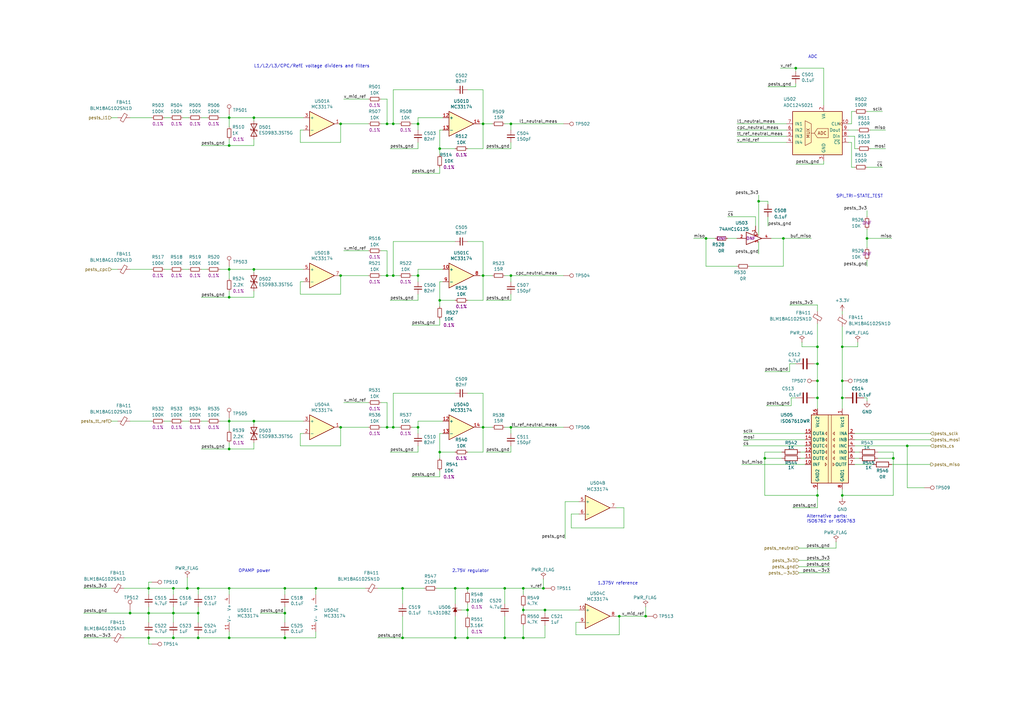
<source format=kicad_sch>
(kicad_sch (version 20230121) (generator eeschema)
  (paper "A3")
  (title_block (title "xx-xxx-PCB-001 Charger Control (HV1) Board") (date "2023-10-18") (rev "0.a") (company "Indra Renewable Technologies Ltd"))
  (junction (at 345.44 203.2))
  (junction (at 81.28 241.3))
  (junction (at 198.12 113.03))
  (junction (at 93.98 261.62))
  (junction (at 93.98 59.69))
  (junction (at 165.1 241.3))
  (junction (at 71.12 261.62))
  (junction (at 93.98 110.49))
  (junction (at 171.45 50.8))
  (junction (at 180.34 123.19))
  (junction (at 355.6 97.79))
  (junction (at 214.63 261.62))
  (junction (at 71.12 251.46))
  (junction (at 139.7 175.26))
  (junction (at 104.14 172.72))
  (junction (at 129.54 241.3))
  (junction (at 158.75 50.8))
  (junction (at 60.96 261.62))
  (junction (at 139.7 50.8))
  (junction (at 198.12 175.26))
  (junction (at 186.69 241.3))
  (junction (at 335.28 163.195))
  (junction (at 158.75 175.26))
  (junction (at 209.55 50.8))
  (junction (at 254 252.73))
  (junction (at 345.44 142.24))
  (junction (at 93.98 184.15))
  (junction (at 321.31 97.79))
  (junction (at 93.98 48.26))
  (junction (at 171.45 113.03))
  (junction (at 335.28 203.2))
  (junction (at 207.01 241.3))
  (junction (at 104.14 48.26))
  (junction (at 264.795 252.73))
  (junction (at 93.98 241.3))
  (junction (at 116.84 251.46))
  (junction (at 326.39 27.94))
  (junction (at 76.835 241.3))
  (junction (at 198.12 50.8))
  (junction (at 81.28 261.62))
  (junction (at 180.34 60.96))
  (junction (at 209.55 175.26))
  (junction (at 165.1 261.62))
  (junction (at 161.29 50.8))
  (junction (at 186.69 261.62))
  (junction (at 335.28 156.21))
  (junction (at 214.63 250.19))
  (junction (at 207.01 261.62))
  (junction (at 71.12 241.3))
  (junction (at 345.44 163.195))
  (junction (at 345.44 156.21))
  (junction (at 311.15 82.55))
  (junction (at 191.77 241.3))
  (junction (at 372.11 182.88))
  (junction (at 116.84 241.3))
  (junction (at 180.34 185.42))
  (junction (at 222.885 241.3))
  (junction (at 191.77 250.19))
  (junction (at 93.98 172.72))
  (junction (at 81.28 251.46))
  (junction (at 116.84 261.62))
  (junction (at 335.28 142.24))
  (junction (at 93.98 121.92))
  (junction (at 139.7 113.03))
  (junction (at 158.75 113.03))
  (junction (at 214.63 241.3))
  (junction (at 171.45 175.26))
  (junction (at 223.52 250.19))
  (junction (at 161.29 175.26))
  (junction (at 335.28 149.225))
  (junction (at 60.96 241.3))
  (junction (at 209.55 113.03))
  (junction (at 313.69 187.96))
  (junction (at 104.14 110.49))
  (junction (at 53.34 251.46))
  (junction (at 191.77 261.62))
  (junction (at 289.56 97.79))
  (junction (at 366.395 187.96))
  (junction (at 161.29 113.03))
  (junction (at 60.96 251.46))
  (wire (pts (xy 171.45 48.26) (xy 181.61 48.26)))
  (wire (pts (xy 123.19 177.8) (xy 123.19 182.88)))
  (wire (pts (xy 60.96 238.76) (xy 60.96 241.3)))
  (wire (pts (xy 81.28 251.46) (xy 81.28 248.92)))
  (wire (pts (xy 158.75 165.1) (xy 158.75 175.26)))
  (wire (pts (xy 355.6 68.58) (xy 361.95 68.58)))
  (wire (pts (xy 335.28 125.095) (xy 323.85 125.095)))
  (wire (pts (xy 139.7 113.03) (xy 151.13 113.03)))
  (wire (pts (xy 207.01 241.3) (xy 214.63 241.3)))
  (wire (pts (xy 69.85 172.72) (xy 67.31 172.72)))
  (wire (pts (xy 106.68 251.46) (xy 116.84 251.46)))
  (wire (pts (xy 298.45 88.9) (xy 309.88 88.9)))
  (wire (pts (xy 201.93 113.03) (xy 198.12 113.03)))
  (wire (pts (xy 180.34 195.58) (xy 180.34 193.04)))
  (wire (pts (xy 314.325 166.37) (xy 324.485 166.37)))
  (wire (pts (xy 180.34 177.8) (xy 181.61 177.8)))
  (wire (pts (xy 158.75 102.87) (xy 158.75 113.03)))
  (wire (pts (xy 199.39 123.19) (xy 209.55 123.19)))
  (wire (pts (xy 355.6 106.68) (xy 355.6 109.22)))
  (wire (pts (xy 168.91 50.8) (xy 171.45 50.8)))
  (wire (pts (xy 156.21 40.64) (xy 158.75 40.64)))
  (wire (pts (xy 168.91 113.03) (xy 171.45 113.03)))
  (wire (pts (xy 171.45 123.19) (xy 171.45 120.65)))
  (wire (pts (xy 214.63 250.19) (xy 223.52 250.19)))
  (wire (pts (xy 191.77 60.96) (xy 198.12 60.96)))
  (wire (pts (xy 350.52 185.42) (xy 352.425 185.42)))
  (wire (pts (xy 180.34 63.5) (xy 180.34 60.96)))
  (wire (pts (xy 324.485 163.195) (xy 324.485 166.37)))
  (wire (pts (xy 154.94 261.62) (xy 165.1 261.62)))
  (wire (pts (xy 345.44 203.2) (xy 345.44 204.47)))
  (wire (pts (xy 347.98 53.34) (xy 351.79 53.34)))
  (wire (pts (xy 354.33 163.195) (xy 355.6 163.195)))
  (wire (pts (xy 85.09 110.49) (xy 82.55 110.49)))
  (wire (pts (xy 335.28 142.24) (xy 335.28 149.225)))
  (wire (pts (xy 324.485 163.195) (xy 326.39 163.195)))
  (wire (pts (xy 93.98 46.99) (xy 93.98 48.26)))
  (wire (pts (xy 311.15 99.06) (xy 311.15 104.14)))
  (wire (pts (xy 48.26 48.26) (xy 45.72 48.26)))
  (wire (pts (xy 123.19 53.34) (xy 123.19 58.42)))
  (wire (pts (xy 171.45 175.26) (xy 171.45 177.8)))
  (wire (pts (xy 93.98 52.07) (xy 93.98 48.26)))
  (wire (pts (xy 349.25 58.42) (xy 349.25 68.58)))
  (wire (pts (xy 237.49 210.82) (xy 234.315 210.82)))
  (wire (pts (xy 71.12 243.84) (xy 71.12 241.3)))
  (wire (pts (xy 104.14 49.53) (xy 104.14 48.26)))
  (wire (pts (xy 366.395 187.96) (xy 360.045 187.96)))
  (wire (pts (xy 340.36 229.87) (xy 327.66 229.87)))
  (wire (pts (xy 93.98 261.62) (xy 93.98 259.08)))
  (wire (pts (xy 209.55 113.03) (xy 207.01 113.03)))
  (wire (pts (xy 160.02 185.42) (xy 171.45 185.42)))
  (wire (pts (xy 62.23 48.26) (xy 53.34 48.26)))
  (wire (pts (xy 328.93 140.335) (xy 328.93 142.24)))
  (wire (pts (xy 85.09 48.26) (xy 82.55 48.26)))
  (wire (pts (xy 161.29 175.26) (xy 158.75 175.26)))
  (wire (pts (xy 168.91 71.12) (xy 180.34 71.12)))
  (wire (pts (xy 363.22 60.96) (xy 356.87 60.96)))
  (wire (pts (xy 198.12 99.06) (xy 191.77 99.06)))
  (wire (pts (xy 360.045 185.42) (xy 366.395 185.42)))
  (wire (pts (xy 351.79 140.335) (xy 351.79 142.24)))
  (wire (pts (xy 81.28 255.27) (xy 81.28 251.46)))
  (wire (pts (xy 209.55 185.42) (xy 209.55 182.88)))
  (wire (pts (xy 345.44 163.195) (xy 346.71 163.195)))
  (wire (pts (xy 366.395 185.42) (xy 366.395 187.96)))
  (wire (pts (xy 191.77 250.19) (xy 191.77 252.73)))
  (wire (pts (xy 93.98 176.53) (xy 93.98 172.72)))
  (wire (pts (xy 180.34 187.96) (xy 180.34 185.42)))
  (wire (pts (xy 198.12 175.26) (xy 196.85 175.26)))
  (wire (pts (xy 171.45 60.96) (xy 171.45 58.42)))
  (wire (pts (xy 139.7 120.65) (xy 139.7 113.03)))
  (wire (pts (xy 180.34 71.12) (xy 180.34 68.58)))
  (wire (pts (xy 372.11 182.88) (xy 372.11 200.025)))
  (wire (pts (xy 186.69 241.3) (xy 191.77 241.3)))
  (wire (pts (xy 236.22 260.35) (xy 236.22 255.27)))
  (wire (pts (xy 304.165 190.5) (xy 330.2 190.5)))
  (wire (pts (xy 158.75 50.8) (xy 156.21 50.8)))
  (wire (pts (xy 307.34 109.22) (xy 321.31 109.22)))
  (wire (pts (xy 328.93 142.24) (xy 335.28 142.24)))
  (wire (pts (xy 139.7 182.88) (xy 139.7 175.26)))
  (wire (pts (xy 349.25 50.8) (xy 347.98 50.8)))
  (wire (pts (xy 161.29 113.03) (xy 158.75 113.03)))
  (wire (pts (xy 335.28 203.2) (xy 335.28 208.28)))
  (wire (pts (xy 345.44 200.66) (xy 345.44 203.2)))
  (wire (pts (xy 71.12 260.35) (xy 71.12 261.62)))
  (wire (pts (xy 313.69 187.96) (xy 313.69 203.2)))
  (wire (pts (xy 198.12 185.42) (xy 198.12 175.26)))
  (wire (pts (xy 209.55 60.96) (xy 209.55 58.42)))
  (wire (pts (xy 198.12 161.29) (xy 191.77 161.29)))
  (wire (pts (xy 186.69 60.96) (xy 180.34 60.96)))
  (wire (pts (xy 345.44 133.985) (xy 345.44 142.24)))
  (wire (pts (xy 349.25 50.8) (xy 349.25 45.72)))
  (wire (pts (xy 209.55 50.8) (xy 231.14 50.8)))
  (wire (pts (xy 48.26 172.72) (xy 45.72 172.72)))
  (wire (pts (xy 60.96 251.46) (xy 71.12 251.46)))
  (wire (pts (xy 366.395 187.96) (xy 366.395 203.2)))
  (wire (pts (xy 304.8 180.34) (xy 330.2 180.34)))
  (wire (pts (xy 93.98 184.15) (xy 104.14 184.15)))
  (wire (pts (xy 313.69 187.96) (xy 320.675 187.96)))
  (wire (pts (xy 171.45 50.8) (xy 171.45 53.34)))
  (wire (pts (xy 129.54 243.84) (xy 129.54 241.3)))
  (wire (pts (xy 124.46 53.34) (xy 123.19 53.34)))
  (wire (pts (xy 355.6 86.36) (xy 355.6 88.9)))
  (wire (pts (xy 302.26 50.8) (xy 322.58 50.8)))
  (wire (pts (xy 264.795 252.73) (xy 265.43 252.73)))
  (wire (pts (xy 349.25 45.72) (xy 350.52 45.72)))
  (wire (pts (xy 139.7 50.8) (xy 151.13 50.8)))
  (wire (pts (xy 199.39 60.96) (xy 209.55 60.96)))
  (wire (pts (xy 77.47 48.26) (xy 74.93 48.26)))
  (wire (pts (xy 355.6 97.79) (xy 355.6 101.6)))
  (wire (pts (xy 124.46 115.57) (xy 123.19 115.57)))
  (wire (pts (xy 179.07 241.3) (xy 186.69 241.3)))
  (wire (pts (xy 345.44 163.195) (xy 345.44 167.64)))
  (wire (pts (xy 254 260.35) (xy 236.22 260.35)))
  (wire (pts (xy 209.55 50.8) (xy 207.01 50.8)))
  (wire (pts (xy 214.63 250.19) (xy 214.63 251.46)))
  (wire (pts (xy 81.28 241.3) (xy 81.28 243.84)))
  (wire (pts (xy 252.73 252.73) (xy 254 252.73)))
  (wire (pts (xy 209.55 175.26) (xy 207.01 175.26)))
  (wire (pts (xy 71.12 261.62) (xy 81.28 261.62)))
  (wire (pts (xy 104.14 59.69) (xy 104.14 57.15)))
  (wire (pts (xy 186.69 36.83) (xy 161.29 36.83)))
  (wire (pts (xy 335.28 149.225) (xy 335.28 156.21)))
  (wire (pts (xy 322.58 55.88) (xy 302.26 55.88)))
  (wire (pts (xy 335.28 125.095) (xy 335.28 127.635)))
  (wire (pts (xy 209.55 115.57) (xy 209.55 113.03)))
  (wire (pts (xy 124.46 48.26) (xy 104.14 48.26)))
  (wire (pts (xy 350.52 187.96) (xy 352.425 187.96)))
  (wire (pts (xy 81.28 260.35) (xy 81.28 261.62)))
  (wire (pts (xy 81.28 241.3) (xy 93.98 241.3)))
  (wire (pts (xy 69.85 48.26) (xy 67.31 48.26)))
  (wire (pts (xy 264.795 248.92) (xy 264.795 252.73)))
  (wire (pts (xy 104.14 184.15) (xy 104.14 181.61)))
  (wire (pts (xy 313.69 185.42) (xy 313.69 187.96)))
  (wire (pts (xy 355.6 93.98) (xy 355.6 97.79)))
  (wire (pts (xy 104.14 48.26) (xy 93.98 48.26)))
  (wire (pts (xy 289.56 109.22) (xy 302.26 109.22)))
  (wire (pts (xy 234.315 210.82) (xy 234.315 216.535)))
  (wire (pts (xy 335.28 203.2) (xy 313.69 203.2)))
  (wire (pts (xy 350.52 55.88) (xy 350.52 60.96)))
  (wire (pts (xy 320.04 27.94) (xy 326.39 27.94)))
  (wire (pts (xy 214.63 256.54) (xy 214.63 261.62)))
  (wire (pts (xy 71.12 255.27) (xy 71.12 251.46)))
  (wire (pts (xy 161.29 161.29) (xy 161.29 175.26)))
  (wire (pts (xy 186.69 161.29) (xy 161.29 161.29)))
  (wire (pts (xy 140.97 102.87) (xy 151.13 102.87)))
  (wire (pts (xy 76.835 241.3) (xy 81.28 241.3)))
  (wire (pts (xy 254 252.73) (xy 264.795 252.73)))
  (wire (pts (xy 171.45 175.26) (xy 171.45 172.72)))
  (wire (pts (xy 93.98 121.92) (xy 93.98 119.38)))
  (wire (pts (xy 335.28 156.21) (xy 335.28 163.195)))
  (wire (pts (xy 171.45 172.72) (xy 181.61 172.72)))
  (wire (pts (xy 309.88 88.9) (xy 309.88 92.71)))
  (wire (pts (xy 214.63 261.62) (xy 207.01 261.62)))
  (wire (pts (xy 198.12 113.03) (xy 198.12 99.06)))
  (wire (pts (xy 222.885 237.49) (xy 222.885 241.3)))
  (wire (pts (xy 327.66 224.79) (xy 342.9 224.79)))
  (wire (pts (xy 180.34 53.34) (xy 181.61 53.34)))
  (wire (pts (xy 223.52 250.19) (xy 223.52 251.46)))
  (wire (pts (xy 171.45 185.42) (xy 171.45 182.88)))
  (wire (pts (xy 326.39 27.94) (xy 337.82 27.94)))
  (wire (pts (xy 104.14 111.76) (xy 104.14 110.49)))
  (wire (pts (xy 71.12 241.3) (xy 76.835 241.3)))
  (wire (pts (xy 209.55 177.8) (xy 209.55 175.26)))
  (wire (pts (xy 191.77 185.42) (xy 198.12 185.42)))
  (wire (pts (xy 165.1 247.65) (xy 165.1 241.3)))
  (wire (pts (xy 328.295 185.42) (xy 330.2 185.42)))
  (wire (pts (xy 345.44 203.2) (xy 366.395 203.2)))
  (wire (pts (xy 191.77 261.62) (xy 186.69 261.62)))
  (wire (pts (xy 201.93 50.8) (xy 198.12 50.8)))
  (wire (pts (xy 161.29 113.03) (xy 163.83 113.03)))
  (wire (pts (xy 350.52 177.8) (xy 381.635 177.8)))
  (wire (pts (xy 93.98 241.3) (xy 93.98 243.84)))
  (wire (pts (xy 340.36 234.95) (xy 327.66 234.95)))
  (wire (pts (xy 171.45 113.03) (xy 171.45 115.57)))
  (wire (pts (xy 71.12 261.62) (xy 60.96 261.62)))
  (wire (pts (xy 198.12 50.8) (xy 198.12 36.83)))
  (wire (pts (xy 124.46 110.49) (xy 104.14 110.49)))
  (wire (pts (xy 129.54 259.08) (xy 129.54 261.62)))
  (wire (pts (xy 186.69 99.06) (xy 161.29 99.06)))
  (wire (pts (xy 171.45 50.8) (xy 171.45 48.26)))
  (wire (pts (xy 350.52 190.5) (xy 358.14 190.5)))
  (wire (pts (xy 50.8 241.3) (xy 60.96 241.3)))
  (wire (pts (xy 314.96 83.82) (xy 314.96 82.55)))
  (wire (pts (xy 140.97 165.1) (xy 151.13 165.1)))
  (wire (pts (xy 165.1 241.3) (xy 173.99 241.3)))
  (wire (pts (xy 198.12 113.03) (xy 196.85 113.03)))
  (wire (pts (xy 302.26 58.42) (xy 322.58 58.42)))
  (wire (pts (xy 334.01 163.195) (xy 335.28 163.195)))
  (wire (pts (xy 234.315 216.535) (xy 255.905 216.535)))
  (wire (pts (xy 314.96 88.9) (xy 314.96 92.71)))
  (wire (pts (xy 129.54 241.3) (xy 149.86 241.3)))
  (wire (pts (xy 326.39 67.31) (xy 337.82 67.31)))
  (wire (pts (xy 82.55 121.92) (xy 93.98 121.92)))
  (wire (pts (xy 53.34 250.19) (xy 53.34 251.46)))
  (wire (pts (xy 199.39 185.42) (xy 209.55 185.42)))
  (wire (pts (xy 171.45 110.49) (xy 181.61 110.49)))
  (wire (pts (xy 139.7 175.26) (xy 151.13 175.26)))
  (wire (pts (xy 93.98 184.15) (xy 93.98 181.61)))
  (wire (pts (xy 123.19 182.88) (xy 139.7 182.88)))
  (wire (pts (xy 161.29 50.8) (xy 158.75 50.8)))
  (wire (pts (xy 161.29 99.06) (xy 161.29 113.03)))
  (wire (pts (xy 255.905 216.535) (xy 255.905 208.28)))
  (wire (pts (xy 236.22 255.27) (xy 237.49 255.27)))
  (wire (pts (xy 335.28 163.195) (xy 335.28 167.64)))
  (wire (pts (xy 214.63 241.3) (xy 214.63 243.84)))
  (wire (pts (xy 349.25 68.58) (xy 350.52 68.58)))
  (wire (pts (xy 76.835 236.855) (xy 76.835 241.3)))
  (wire (pts (xy 207.01 247.65) (xy 207.01 241.3)))
  (wire (pts (xy 207.01 261.62) (xy 191.77 261.62)))
  (wire (pts (xy 60.96 243.84) (xy 60.96 241.3)))
  (wire (pts (xy 77.47 110.49) (xy 74.93 110.49)))
  (wire (pts (xy 321.31 97.79) (xy 332.74 97.79)))
  (wire (pts (xy 180.34 115.57) (xy 181.61 115.57)))
  (wire (pts (xy 93.98 110.49) (xy 90.17 110.49)))
  (wire (pts (xy 186.69 247.65) (xy 186.69 241.3)))
  (wire (pts (xy 223.52 261.62) (xy 214.63 261.62)))
  (wire (pts (xy 342.9 222.25) (xy 342.9 224.79)))
  (wire (pts (xy 168.91 195.58) (xy 180.34 195.58)))
  (wire (pts (xy 60.96 251.46) (xy 53.34 251.46)))
  (wire (pts (xy 345.44 127.635) (xy 345.44 128.905)))
  (wire (pts (xy 304.8 177.8) (xy 330.2 177.8)))
  (wire (pts (xy 326.39 29.21) (xy 326.39 27.94)))
  (wire (pts (xy 302.26 53.34) (xy 322.58 53.34)))
  (wire (pts (xy 81.28 261.62) (xy 93.98 261.62)))
  (wire (pts (xy 209.55 123.19) (xy 209.55 120.65)))
  (wire (pts (xy 186.69 123.19) (xy 180.34 123.19)))
  (wire (pts (xy 116.84 248.92) (xy 116.84 251.46)))
  (wire (pts (xy 335.28 208.28) (xy 325.12 208.28)))
  (wire (pts (xy 124.46 172.72) (xy 104.14 172.72)))
  (wire (pts (xy 180.34 60.96) (xy 180.34 53.34)))
  (wire (pts (xy 191.77 257.81) (xy 191.77 261.62)))
  (wire (pts (xy 222.885 241.3) (xy 223.52 241.3)))
  (wire (pts (xy 139.7 58.42) (xy 139.7 50.8)))
  (wire (pts (xy 372.11 182.88) (xy 381.635 182.88)))
  (wire (pts (xy 321.31 109.22) (xy 321.31 97.79)))
  (wire (pts (xy 254 252.73) (xy 254 260.35)))
  (wire (pts (xy 345.44 156.21) (xy 345.44 163.195)))
  (wire (pts (xy 365.76 190.5) (xy 381.635 190.5)))
  (wire (pts (xy 355.6 45.72) (xy 361.95 45.72)))
  (wire (pts (xy 323.85 149.225) (xy 323.85 152.4)))
  (wire (pts (xy 209.55 113.03) (xy 231.14 113.03)))
  (wire (pts (xy 231.775 205.74) (xy 231.775 220.98)))
  (wire (pts (xy 186.69 252.73) (xy 186.69 261.62)))
  (wire (pts (xy 198.12 50.8) (xy 196.85 50.8)))
  (wire (pts (xy 198.12 175.26) (xy 198.12 161.29)))
  (wire (pts (xy 191.77 242.57) (xy 191.77 241.3)))
  (wire (pts (xy 161.29 50.8) (xy 163.83 50.8)))
  (wire (pts (xy 350.52 182.88) (xy 372.11 182.88)))
  (wire (pts (xy 350.52 60.96) (xy 351.79 60.96)))
  (wire (pts (xy 85.09 172.72) (xy 82.55 172.72)))
  (wire (pts (xy 223.52 250.19) (xy 237.49 250.19)))
  (wire (pts (xy 284.48 97.79) (xy 289.56 97.79)))
  (wire (pts (xy 71.12 248.92) (xy 71.12 251.46)))
  (wire (pts (xy 165.1 252.73) (xy 165.1 261.62)))
  (wire (pts (xy 209.55 53.34) (xy 209.55 50.8)))
  (wire (pts (xy 198.12 60.96) (xy 198.12 50.8)))
  (wire (pts (xy 186.69 185.42) (xy 180.34 185.42)))
  (wire (pts (xy 180.34 133.35) (xy 180.34 130.81)))
  (wire (pts (xy 191.77 241.3) (xy 207.01 241.3)))
  (wire (pts (xy 104.14 173.99) (xy 104.14 172.72)))
  (wire (pts (xy 289.56 97.79) (xy 289.56 109.22)))
  (wire (pts (xy 351.79 142.24) (xy 345.44 142.24)))
  (wire (pts (xy 313.69 152.4) (xy 323.85 152.4)))
  (wire (pts (xy 93.98 59.69) (xy 104.14 59.69)))
  (wire (pts (xy 156.21 102.87) (xy 158.75 102.87)))
  (wire (pts (xy 34.29 241.3) (xy 45.72 241.3)))
  (wire (pts (xy 340.36 232.41) (xy 327.66 232.41)))
  (wire (pts (xy 316.23 97.79) (xy 321.31 97.79)))
  (wire (pts (xy 209.55 175.26) (xy 231.14 175.26)))
  (wire (pts (xy 304.8 182.88) (xy 330.2 182.88)))
  (wire (pts (xy 160.02 60.96) (xy 171.45 60.96)))
  (wire (pts (xy 335.28 132.715) (xy 335.28 142.24)))
  (wire (pts (xy 60.96 264.16) (xy 60.96 261.62)))
  (wire (pts (xy 168.91 175.26) (xy 171.45 175.26)))
  (wire (pts (xy 372.11 200.025) (xy 379.095 200.025)))
  (wire (pts (xy 328.295 187.96) (xy 330.2 187.96)))
  (wire (pts (xy 345.44 142.24) (xy 345.44 156.21)))
  (wire (pts (xy 207.01 252.73) (xy 207.01 261.62)))
  (wire (pts (xy 160.02 123.19) (xy 171.45 123.19)))
  (wire (pts (xy 347.98 55.88) (xy 350.52 55.88)))
  (wire (pts (xy 69.85 110.49) (xy 67.31 110.49)))
  (wire (pts (xy 355.6 163.195) (xy 355.6 164.465)))
  (wire (pts (xy 62.23 172.72) (xy 53.34 172.72)))
  (wire (pts (xy 93.98 241.3) (xy 116.84 241.3)))
  (wire (pts (xy 123.19 58.42) (xy 139.7 58.42)))
  (wire (pts (xy 50.8 261.62) (xy 60.96 261.62)))
  (wire (pts (xy 237.49 205.74) (xy 231.775 205.74)))
  (wire (pts (xy 93.98 261.62) (xy 116.84 261.62)))
  (wire (pts (xy 104.14 110.49) (xy 93.98 110.49)))
  (wire (pts (xy 116.84 260.35) (xy 116.84 261.62)))
  (wire (pts (xy 350.52 180.34) (xy 381.635 180.34)))
  (wire (pts (xy 168.91 133.35) (xy 180.34 133.35)))
  (wire (pts (xy 191.77 123.19) (xy 198.12 123.19)))
  (wire (pts (xy 82.55 59.69) (xy 93.98 59.69)))
  (wire (pts (xy 214.63 248.92) (xy 214.63 250.19)))
  (wire (pts (xy 158.75 40.64) (xy 158.75 50.8)))
  (wire (pts (xy 62.23 110.49) (xy 53.34 110.49)))
  (wire (pts (xy 180.34 125.73) (xy 180.34 123.19)))
  (wire (pts (xy 116.84 251.46) (xy 116.84 255.27)))
  (wire (pts (xy 165.1 261.62) (xy 186.69 261.62)))
  (wire (pts (xy 60.96 255.27) (xy 60.96 251.46)))
  (wire (pts (xy 356.87 53.34) (xy 363.22 53.34)))
  (wire (pts (xy 104.14 121.92) (xy 104.14 119.38)))
  (wire (pts (xy 60.96 251.46) (xy 60.96 248.92)))
  (wire (pts (xy 191.77 250.19) (xy 191.77 247.65)))
  (wire (pts (xy 60.96 261.62) (xy 60.96 260.35)))
  (wire (pts (xy 123.19 115.57) (xy 123.19 120.65)))
  (wire (pts (xy 198.12 36.83) (xy 191.77 36.83)))
  (wire (pts (xy 34.29 261.62) (xy 45.72 261.62)))
  (wire (pts (xy 93.98 171.45) (xy 93.98 172.72)))
  (wire (pts (xy 93.98 59.69) (xy 93.98 57.15)))
  (wire (pts (xy 198.12 123.19) (xy 198.12 113.03)))
  (wire (pts (xy 158.75 175.26) (xy 156.21 175.26)))
  (wire (pts (xy 104.14 172.72) (xy 93.98 172.72)))
  (wire (pts (xy 311.15 82.55) (xy 314.96 82.55)))
  (wire (pts (xy 77.47 172.72) (xy 74.93 172.72)))
  (wire (pts (xy 60.96 241.3) (xy 71.12 241.3)))
  (wire (pts (xy 93.98 48.26) (xy 90.17 48.26)))
  (wire (pts (xy 93.98 121.92) (xy 104.14 121.92)))
  (wire (pts (xy 93.98 114.3) (xy 93.98 110.49)))
  (wire (pts (xy 311.15 80.01) (xy 311.15 82.55)))
  (wire (pts (xy 124.46 177.8) (xy 123.19 177.8)))
  (wire (pts (xy 161.29 36.83) (xy 161.29 50.8)))
  (wire (pts (xy 189.23 250.19) (xy 191.77 250.19)))
  (wire (pts (xy 355.6 97.79) (xy 365.76 97.79)))
  (wire (pts (xy 161.29 175.26) (xy 163.83 175.26)))
  (wire (pts (xy 71.12 251.46) (xy 81.28 251.46)))
  (wire (pts (xy 214.63 241.3) (xy 222.885 241.3)))
  (wire (pts (xy 320.675 185.42) (xy 313.69 185.42)))
  (wire (pts (xy 298.45 97.79) (xy 302.26 97.79)))
  (wire (pts (xy 337.82 66.04) (xy 337.82 67.31)))
  (wire (pts (xy 116.84 261.62) (xy 129.54 261.62)))
  (wire (pts (xy 34.29 251.46) (xy 53.34 251.46)))
  (wire (pts (xy 93.98 172.72) (xy 90.17 172.72)))
  (wire (pts (xy 335.28 200.66) (xy 335.28 203.2)))
  (wire (pts (xy 311.15 82.55) (xy 311.15 96.52)))
  (wire (pts (xy 116.84 241.3) (xy 116.84 243.84)))
  (wire (pts (xy 48.26 110.49) (xy 45.72 110.49)))
  (wire (pts (xy 93.98 109.22) (xy 93.98 110.49)))
  (wire (pts (xy 314.96 35.56) (xy 326.39 35.56)))
  (wire (pts (xy 255.905 208.28) (xy 252.73 208.28)))
  (wire (pts (xy 140.97 40.64) (xy 151.13 40.64)))
  (wire (pts (xy 180.34 123.19) (xy 180.34 115.57)))
  (wire (pts (xy 289.56 97.79) (xy 293.37 97.79)))
  (wire (pts (xy 62.23 264.16) (xy 60.96 264.16)))
  (wire (pts (xy 171.45 113.03) (xy 171.45 110.49)))
  (wire (pts (xy 180.34 185.42) (xy 180.34 177.8)))
  (wire (pts (xy 323.85 149.225) (xy 326.39 149.225)))
  (wire (pts (xy 334.01 149.225) (xy 335.28 149.225)))
  (wire (pts (xy 62.23 238.76) (xy 60.96 238.76)))
  (wire (pts (xy 154.94 241.3) (xy 165.1 241.3)))
  (wire (pts (xy 82.55 184.15) (xy 93.98 184.15)))
  (wire (pts (xy 158.75 113.03) (xy 156.21 113.03)))
  (wire (pts (xy 123.19 120.65) (xy 139.7 120.65)))
  (wire (pts (xy 347.98 58.42) (xy 349.25 58.42)))
  (wire (pts (xy 337.82 27.94) (xy 337.82 43.18)))
  (wire (pts (xy 223.52 256.54) (xy 223.52 261.62)))
  (wire (pts (xy 201.93 175.26) (xy 198.12 175.26)))
  (wire (pts (xy 326.39 35.56) (xy 326.39 34.29)))
  (wire (pts (xy 156.21 165.1) (xy 158.75 165.1)))
  (wire (pts (xy 116.84 241.3) (xy 129.54 241.3)))
  (text "Alternative parts:\nISO6762 or ISO6763" (at 330.835 214.63 0) (effects (font (size 1.27 1.27)) (justify left bottom)))
  (text "SPI_TRI-STATE_TEST" (at 342.9 81.28 0) (effects (font (size 1.27 1.27)) (justify left bottom)))
  (text "ADC" (at 331.47 24.13 0) (effects (font (size 1.27 1.27)) (justify left bottom)))
  (text "L1/L2/L3/CPC/RefE voltage dividers and filters" (at 104.14 27.94 0) (effects (font (size 1.27 1.27)) (justify left bottom)))
  (text "1.375V reference" (at 245.11 240.03 0) (effects (font (size 1.27 1.27)) (justify left bottom)))
  (text "OPAMP power" (at 97.79 234.95 0) (effects (font (size 1.27 1.27)) (justify left bottom)))
  (text "2.75V regulator" (at 185.42 234.95 0) (effects (font (size 1.27 1.27)) (justify left bottom)))
  (label "pests_gnd" (at 314.325 166.37 0))
  (label "pests_3v3" (at 323.85 125.095 0))
  (label "miso" (at 284.48 97.79 0))
  (label "pests_gnd" (at 340.36 224.79 180))
  (label "pests_gnd" (at 106.68 251.46 0))
  (label "miso" (at 365.76 97.79 180))
  (label "pests_gnd" (at 311.15 104.14 180))
  (label "pests_gnd" (at 82.55 184.15 0))
  (label "pests_-3v3" (at 34.29 261.62 0))
  (label "v_ref" (at 320.04 27.94 0))
  (label "pests_gnd" (at 160.02 60.96 0))
  (label "pests_gnd" (at 325.12 208.28 0))
  (label "pests_gnd" (at 313.69 152.4 0))
  (label "pests_-3v3" (at 340.36 234.95 180))
  (label "~{cs}" (at 361.95 68.58 180))
  (label "pests_gnd" (at 168.91 71.12 0))
  (label "mosi" (at 363.22 60.96 180))
  (label "pests_gnd" (at 231.775 220.98 180))
  (label "v_mid_ref" (at 140.97 165.1 0))
  (label "l1_neutral_meas" (at 228.6 50.8 180))
  (label "pests_gnd" (at 340.36 232.41 180))
  (label "pests_gnd" (at 199.39 185.42 0))
  (label "~{cs}" (at 304.8 182.88 0))
  (label "~{cs}" (at 298.45 88.9 0))
  (label "pests_gnd" (at 82.55 59.69 0))
  (label "buf_miso" (at 332.74 97.79 180))
  (label "pests_gnd" (at 199.39 60.96 0))
  (label "mosi" (at 304.8 180.34 0))
  (label "pests_3v3" (at 34.29 241.3 0))
  (label "pests_gnd" (at 34.29 251.46 0))
  (label "pests_gnd" (at 154.94 261.62 0))
  (label "pests_gnd" (at 160.02 123.19 0))
  (label "v_mid_ref" (at 264.16 252.73 180))
  (label "pests_gnd" (at 168.91 195.58 0))
  (label "sclk" (at 361.95 45.72 180))
  (label "v_mid_ref" (at 140.97 102.87 0))
  (label "tt_ref_neutral_meas" (at 228.6 175.26 180))
  (label "miso" (at 363.22 53.34 180))
  (label "tt_ref_neutral_meas" (at 302.26 55.88 0))
  (label "v_mid_ref" (at 302.26 58.42 0))
  (label "pests_gnd" (at 314.96 35.56 0))
  (label "pests_gnd" (at 199.39 123.19 0))
  (label "pests_gnd" (at 168.91 133.35 0))
  (label "v_mid_ref" (at 140.97 40.64 0))
  (label "sclk" (at 304.8 177.8 0))
  (label "pests_gnd" (at 160.02 185.42 0))
  (label "pests_3v3" (at 311.15 80.01 180))
  (label "v_ref" (at 222.25 241.3 180))
  (label "cpc_neutral_meas" (at 302.26 53.34 0))
  (label "pests_gnd" (at 82.55 121.92 0))
  (label "buf_miso" (at 304.165 190.5 0))
  (label "pests_3v3" (at 355.6 86.36 180))
  (label "pests_gnd" (at 314.96 92.71 0))
  (label "pests_gnd" (at 355.6 109.22 180))
  (label "pests_3v3" (at 340.36 229.87 180))
  (label "cpc_neutral_meas" (at 228.6 113.03 180))
  (label "l1_neutral_meas" (at 302.26 50.8 0))
  (label "pests_gnd" (at 326.39 67.31 0))
  (hierarchical_label "pests_mosi" (shape input) (at 381.635 180.34 0))
  (hierarchical_label "pests_cs" (shape input) (at 381.635 182.88 0))
  (hierarchical_label "pests_-3v3" (shape input) (at 327.66 234.95 180))
  (hierarchical_label "pests_neutral" (shape input) (at 327.66 224.79 180))
  (hierarchical_label "pests_sclk" (shape input) (at 381.635 177.8 0))
  (hierarchical_label "pests_cpc" (shape input) (at 45.72 110.49 180))
  (hierarchical_label "pests_tt_ref" (shape input) (at 45.72 172.72 180))
  (hierarchical_label "pests_miso" (shape output) (at 381.635 190.5 0))
  (hierarchical_label "pests_l1" (shape input) (at 45.72 48.26 180))
  (hierarchical_label "pests_gnd" (shape input) (at 327.66 232.41 180))
  (hierarchical_label "pests_3v3" (shape input) (at 327.66 229.87 180))
  (symbol (lib_name "PWR_FLAG_1") (lib_id "power:PWR_FLAG") (at 222.885 237.49 0) (unit 1)
    (property "Reference" "#FLG0402" (effects hide))
    (property "Value" "PWR_FLAG" (at 217.805 233.68 0) (effects (justify left)))
    (instances (project "hw-v2x-power-board-high-v" (path "" (reference "#FLG0402") (unit 1)) (path "" (reference "#FLG0508") (unit 1))))
  )
  (symbol (lib_id "Device:C_Small") (at 81.28 257.81 0) (unit 1)
    (property "Reference" "C524" (at 83.6168 256.6416 0) (effects (justify left)))
    (property "Value" "0.1uF" (at 83.6168 258.953 0) (effects (justify left)))
    (property "Footprint" "Capacitor_SMD:C_0402_1005Metric" (effects hide))
    (property "Voltage" "50V" (effects hide))
    (property "Characteristics" "X7R" (effects hide))
    (property "Tolerance" "10%" (effects hide))
    (instances (project "hw-v2x-power-board-high-v" (path "" (reference "C524") (unit 1))) (project "hw-v2x-power-board" (path "" (reference "C306") (unit 1))))
  )
  (symbol (lib_id "Device:R_Small") (at 153.67 40.64 270) (unit 1)
    (property "Reference" "R501" (at 153.67 35.56 90))
    (property "Value" "10K" (at 153.67 38.1 90))
    (property "Footprint" "Resistor_SMD:R_0603_1608Metric" (effects hide))
    (property "Tolerance" "0.1%" (at 153.67 43.18 90))
    (property "Voltage" "50V" (effects hide))
    (instances (project "hw-v2x-power-board-high-v" (path "" (reference "R501") (unit 1))) (project "hw-v2x-power-board" (path "" (reference "R316") (unit 1))))
  )
  (symbol (lib_id "Amplifier_Operational:MC33174") (at 245.11 252.73 0) (unit 3)
    (property "Reference" "U504" (at 245.11 243.4082 0))
    (property "Value" "MC33174" (at 245.11 245.7196 0))
    (property "Footprint" "Package_SO:SOIC-14_3.9x8.7mm_P1.27mm" (effects hide))
    (property "Datasheet" "http://www.onsemi.com/pub/Collateral/MC33171-D.PDF" (effects hide))
    (property "Manufacturer" "ON Semiconductor" (effects hide))
    (property "Manufacturer Part Number" "MC33174" (effects hide))
    (instances (project "hw-v2x-power-board-high-v" (path "" (reference "U504") (unit 3))) (project "hw-v2x-power-board" (path "" (reference "U302") (unit 3))))
  )
  (symbol (lib_name "GND_1") (lib_id "power:GND") (at 355.6 164.465 0) (unit 1)
    (property "Reference" "#PWR0230" (effects hide))
    (property "Value" "GND" (at 355.6 168.91 0))
    (instances (project "hw-v2x-power-board-high-v" (path "" (reference "#PWR0230") (unit 1)) (path "" (reference "#PWR0504") (unit 1))))
  )
  (symbol (lib_id "Device:C_Small") (at 171.45 180.34 0) (unit 1)
    (property "Reference" "C510" (at 173.7868 179.1716 0) (effects (justify left)))
    (property "Value" "82nF" (at 173.7868 181.483 0) (effects (justify left)))
    (property "Footprint" "Capacitor_SMD:C_0402_1005Metric" (effects hide))
    (property "Voltage" "10V" (effects hide))
    (property "Characteristics" "X7R" (effects hide))
    (property "Tolerance" "10%" (effects hide))
    (instances (project "hw-v2x-power-board-high-v" (path "" (reference "C510") (unit 1))) (project "hw-v2x-power-board" (path "" (reference "C313") (unit 1))))
  )
  (symbol (lib_id "Amplifier_Operational:MC33174") (at 189.23 175.26 0) (unit 4)
    (property "Reference" "U504" (at 189.23 165.9382 0))
    (property "Value" "MC33174" (at 189.23 168.2496 0))
    (property "Footprint" "Package_SO:SOIC-14_3.9x8.7mm_P1.27mm" (effects hide))
    (property "Datasheet" "http://www.onsemi.com/pub/Collateral/MC33171-D.PDF" (effects hide))
    (property "Manufacturer" "ON Semiconductor" (effects hide))
    (property "Manufacturer Part Number" "MC33174" (effects hide))
    (instances (project "hw-v2x-power-board-high-v" (path "" (reference "U504") (unit 4))) (project "hw-v2x-power-board" (path "" (reference "U302") (unit 4))))
  )
  (symbol (lib_id "Device:C") (at 330.2 163.195 270) (unit 1)
    (property "Reference" "C513" (at 325.755 159.385 90) (effects (justify right)))
    (property "Value" "0.1uF" (at 328.93 161.925 90) (effects (justify right)))
    (property "Footprint" "Capacitor_SMD:C_0402_1005Metric" (effects hide))
    (property "Voltage" "50V" (effects hide))
    (property "Tolerance" "10%" (effects hide))
    (property "Characteristics" "X7R" (effects hide))
    (instances (project "hw-v2x-power-board-high-v" (path "" (reference "C513") (unit 1))) (project "hw-v2x-power-board" (path "" (reference "C326") (unit 1))))
  )
  (symbol (lib_id "hw-v2x-play1_1-power-board:74AHC1G125_X") (at 309.88 97.79 0) (unit 1)
    (property "Reference" "U503" (at 304.165 91.44 0))
    (property "Value" "74AHC1G125" (at 300.99 93.98 0))
    (property "Footprint" "Package_TO_SOT_SMD:SOT-23-5" (effects hide))
    (property "Datasheet" "http://www.ti.com/lit/sg/scyt129e/scyt129e.pdf" (effects hide))
    (property "Manufacturer" "Diodes Inc." (effects hide))
    (property "Manufacturer Part Number" "74AHC1G125W5-7" (effects hide))
    (property "Variant" "DNF" (at 307.975 97.79 0))
  )
  (symbol (lib_id "Device:R_Small") (at 80.01 172.72 270) (unit 1)
    (property "Reference" "R534" (at 80.01 167.64 90))
    (property "Value" "100K" (at 80.01 170.18 90))
    (property "Footprint" "Resistor_SMD:R_1206_3216Metric" (effects hide))
    (property "Tolerance" "0.1%" (at 80.01 175.26 90))
    (property "Voltage" "100V" (effects hide))
    (instances (project "hw-v2x-power-board-high-v" (path "" (reference "R534") (unit 1))) (project "hw-v2x-power-board" (path "" (reference "R309") (unit 1))))
  )
  (symbol (lib_id "Device:C_Small") (at 60.96 257.81 0) (unit 1)
    (property "Reference" "C522" (at 63.2968 256.6416 0) (effects (justify left)))
    (property "Value" "4.7uF" (at 63.2968 258.953 0) (effects (justify left)))
    (property "Footprint" "Capacitor_SMD:C_0603_1608Metric" (effects hide))
    (property "Voltage" "25V" (effects hide))
    (property "Characteristics" "X5R" (effects hide))
    (property "Tolerance" "10%" (effects hide))
    (instances (project "hw-v2x-power-board-high-v" (path "" (reference "C522") (unit 1))) (project "hw-v2x-power-board" (path "" (reference "C302") (unit 1))))
  )
  (symbol (lib_id "Device:C_Small") (at 116.84 257.81 0) (unit 1)
    (property "Reference" "C525" (at 119.1768 256.6416 0) (effects (justify left)))
    (property "Value" "0.1uF" (at 119.1768 258.953 0) (effects (justify left)))
    (property "Footprint" "Capacitor_SMD:C_0402_1005Metric" (effects hide))
    (property "Characteristics" "X7R" (effects hide))
    (property "Voltage" "50V" (effects hide))
    (property "Tolerance" "10%" (effects hide))
    (instances (project "hw-v2x-power-board-high-v" (path "" (reference "C525") (unit 1))) (project "hw-v2x-power-board" (path "" (reference "C308") (unit 1))))
  )
  (symbol (lib_id "Device:R_Small") (at 166.37 50.8 270) (unit 1)
    (property "Reference" "R508" (at 166.37 45.72 90))
    (property "Value" "10K" (at 166.37 48.26 90))
    (property "Footprint" "Resistor_SMD:R_0603_1608Metric" (effects hide))
    (property "Tolerance" "0.1%" (at 166.37 53.34 90))
    (property "Voltage" "50V" (effects hide))
    (instances (project "hw-v2x-power-board-high-v" (path "" (reference "R508") (unit 1))) (project "hw-v2x-power-board" (path "" (reference "R322") (unit 1))))
  )
  (symbol (lib_id "Device:R_Small") (at 176.53 241.3 90) (unit 1)
    (property "Reference" "R547" (at 176.53 236.3216 90))
    (property "Value" "210R" (at 176.53 238.633 90))
    (property "Footprint" "Resistor_SMD:R_0603_1608Metric" (effects hide))
    (property "Tolerance" "1%" (effects hide))
    (property "Voltage" "50V" (effects hide))
    (instances (project "hw-v2x-power-board-high-v" (path "" (reference "R547") (unit 1))) (project "hw-v2x-power-board" (path "" (reference "R331") (unit 1))))
  )
  (symbol (lib_id "Device:R_Small") (at 166.37 175.26 270) (unit 1)
    (property "Reference" "R537" (at 166.37 170.18 90))
    (property "Value" "10K" (at 166.37 172.72 90))
    (property "Footprint" "Resistor_SMD:R_0603_1608Metric" (effects hide))
    (property "Tolerance" "0.1%" (at 166.37 177.8 90))
    (property "Voltage" "50V" (effects hide))
    (instances (project "hw-v2x-power-board-high-v" (path "" (reference "R537") (unit 1))) (project "hw-v2x-power-board" (path "" (reference "R324") (unit 1))))
  )
  (symbol (lib_name "PWR_FLAG_1") (lib_id "power:PWR_FLAG") (at 264.795 248.92 0) (unit 1)
    (property "Reference" "#FLG0402" (effects hide))
    (property "Value" "PWR_FLAG" (at 259.715 245.11 0) (effects (justify left)))
    (instances (project "hw-v2x-power-board-high-v" (path "" (reference "#FLG0402") (unit 1)) (path "" (reference "#FLG0509") (unit 1))))
  )
  (symbol (lib_id "Device:R_Small") (at 204.47 113.03 270) (unit 1)
    (property "Reference" "R523" (at 204.47 108.0516 90))
    (property "Value" "15R" (at 204.47 110.363 90))
    (property "Footprint" "Resistor_SMD:R_0603_1608Metric" (effects hide))
    (property "Tolerance" "1%" (effects hide))
    (property "Voltage" "50V" (effects hide))
    (instances (project "hw-v2x-power-board-high-v" (path "" (reference "R523") (unit 1))) (project "hw-v2x-power-board" (path "" (reference "R333") (unit 1))))
  )
  (symbol (lib_id "Device:C_Small") (at 60.96 246.38 0) (unit 1)
    (property "Reference" "C515" (at 63.2968 245.2116 0) (effects (justify left)))
    (property "Value" "4.7uF" (at 63.2968 247.523 0) (effects (justify left)))
    (property "Footprint" "Capacitor_SMD:C_0603_1608Metric" (effects hide))
    (property "Voltage" "25V" (effects hide))
    (property "Characteristics" "X5R" (effects hide))
    (property "Tolerance" "10%" (effects hide))
    (instances (project "hw-v2x-power-board-high-v" (path "" (reference "C515") (unit 1))) (project "hw-v2x-power-board" (path "" (reference "C301") (unit 1))))
  )
  (symbol (lib_id "Connector:TestPoint") (at 62.23 264.16 270) (unit 1)
    (property "Reference" "TP514" (at 67.0052 264.16 90) (effects (justify left)))
    (property "Value" "TestPoint" (effects hide))
    (property "Footprint" "hw-v5mobo-cem-demo:TestPoint_Pad_FD1.0mm_BD2.0mm_TH_with_pos" (effects hide))
    (instances (project "hw-v2x-power-board-high-v" (path "" (reference "TP514") (unit 1))) (project "hw-v2x-power-board" (path "" (reference "TP303") (unit 1))))
  )
  (symbol (lib_id "Device:C_Small") (at 165.1 250.19 0) (unit 1)
    (property "Reference" "C519" (at 167.4368 249.0216 0) (effects (justify left)))
    (property "Value" "0.1uF" (at 167.4368 251.333 0) (effects (justify left)))
    (property "Footprint" "Capacitor_SMD:C_0402_1005Metric" (effects hide))
    (property "Characteristics" "X7R" (effects hide))
    (property "Voltage" "50V" (effects hide))
    (property "Tolerance" "10%" (effects hide))
    (instances (project "hw-v2x-power-board-high-v" (path "" (reference "C519") (unit 1))) (project "hw-v2x-power-board" (path "" (reference "C314") (unit 1))))
  )
  (symbol (lib_id "Device:D_TVS") (at 104.14 53.34 270) (unit 1)
    (property "Reference" "D501" (at 106.1466 52.1716 90) (effects (justify left)))
    (property "Value" "ESD9B3.3ST5G" (at 106.1466 54.483 90) (effects (justify left)))
    (property "Footprint" "Diode_SMD:D_SOD-923" (effects hide))
    (property "Datasheet" "https://www.mouser.co.uk/datasheet/2/308/ESD9B_D-1389393.pdf" (effects hide))
    (property "Manufacturer" "ON Semiconductor" (effects hide))
    (property "Manufacturer Part Number" "ESD9B3.3ST5G" (effects hide))
    (instances (project "hw-v2x-power-board-high-v" (path "" (reference "D501") (unit 1))) (project "hw-v2x-power-board" (path "" (reference "D301") (unit 1))))
  )
  (symbol (lib_id "Connector:TestPoint") (at 231.14 175.26 270) (unit 1)
    (property "Reference" "TP506" (at 235.9152 175.26 90) (effects (justify left)))
    (property "Value" "TestPoint" (effects hide))
    (property "Footprint" "hw-v5mobo-cem-demo:TestPoint_Pad_FD1.0mm_BD2.0mm_TH_with_pos" (effects hide))
    (instances (project "hw-v2x-power-board-high-v" (path "" (reference "TP506") (unit 1))) (project "hw-v2x-power-board" (path "" (reference "TP309") (unit 1))))
  )
  (symbol (lib_id "Device:C_Small") (at 189.23 36.83 270) (unit 1)
    (property "Reference" "C502" (at 189.23 31.0134 90))
    (property "Value" "82nF" (at 189.23 33.3248 90))
    (property "Footprint" "Capacitor_SMD:C_0402_1005Metric" (effects hide))
    (property "Voltage" "10V" (effects hide))
    (property "Characteristics" "X7R" (effects hide))
    (property "Tolerance" "10%" (effects hide))
    (instances (project "hw-v2x-power-board-high-v" (path "" (reference "C502") (unit 1))) (project "hw-v2x-power-board" (path "" (reference "C315") (unit 1))))
  )
  (symbol (lib_name "GND_1") (lib_id "power:GND") (at 345.44 204.47 0) (unit 1)
    (property "Reference" "#PWR0230" (effects hide))
    (property "Value" "GND" (at 345.44 208.915 0))
    (instances (project "hw-v2x-power-board-high-v" (path "" (reference "#PWR0230") (unit 1)) (path "" (reference "#PWR0505") (unit 1))))
  )
  (symbol (lib_id "Device:R") (at 324.485 187.96 90) (unit 1)
    (property "Reference" "R544" (at 324.485 189.865 90))
    (property "Value" "1K" (at 324.485 191.77 90))
    (property "Footprint" "Resistor_SMD:R_0402_1005Metric" (effects hide))
    (property "Tolerance" "1%" (effects hide))
    (property "Voltage" "50V" (effects hide))
    (instances (project "hw-v2x-power-board-high-v" (path "" (reference "R544") (unit 1))) (project "hw-v2x-power-board" (path "" (reference "R342") (unit 1))))
  )
  (symbol (lib_id "Reference_Voltage:TL431DBZ") (at 186.69 250.19 270) (mirror x) (unit 1)
    (property "Reference" "U506" (at 184.9374 249.0216 90) (effects (justify right)))
    (property "Value" "TL431DBZ" (at 184.9374 251.333 90) (effects (justify right)))
    (property "Footprint" "Package_TO_SOT_SMD:SOT-23" (effects hide))
    (property "Datasheet" "https://assets.nexperia.com/documents/data-sheet/TL431_FAM.pdf" (effects hide))
    (property "Manufacturer" "Nexperia" (effects hide))
    (property "Manufacturer Part Number" "TL431IDBZR,215" (effects hide))
    (instances (project "hw-v2x-power-board-high-v" (path "" (reference "U506") (unit 1))) (project "hw-v2x-power-board" (path "" (reference "U304") (unit 1))))
  )
  (symbol (lib_id "Device:R_Small") (at 72.39 172.72 270) (unit 1)
    (property "Reference" "R533" (at 72.39 167.64 90))
    (property "Value" "100K" (at 72.39 170.18 90))
    (property "Footprint" "Resistor_SMD:R_1206_3216Metric" (effects hide))
    (property "Tolerance" "0.1%" (at 72.39 175.26 90))
    (property "Voltage" "100V" (effects hide))
    (instances (project "hw-v2x-power-board-high-v" (path "" (reference "R533") (unit 1))) (project "hw-v2x-power-board" (path "" (reference "R306") (unit 1))))
  )
  (symbol (lib_id "Device:C_Small") (at 209.55 55.88 0) (unit 1)
    (property "Reference" "C504" (at 211.8868 54.7116 0) (effects (justify left)))
    (property "Value" "150pF" (at 211.8868 57.023 0) (effects (justify left)))
    (property "Footprint" "Capacitor_SMD:C_0402_1005Metric" (effects hide))
    (property "Voltage" "10V" (effects hide))
    (property "Characteristics" "C0G/NPO" (effects hide))
    (property "Tolerance" "10%" (effects hide))
    (instances (project "hw-v2x-power-board-high-v" (path "" (reference "C504") (unit 1))) (project "hw-v2x-power-board" (path "" (reference "C318") (unit 1))))
  )
  (symbol (lib_id "Device:R_Small") (at 204.47 50.8 270) (unit 1)
    (property "Reference" "R509" (at 204.47 45.8216 90))
    (property "Value" "15R" (at 204.47 48.133 90))
    (property "Footprint" "Resistor_SMD:R_0603_1608Metric" (effects hide))
    (property "Tolerance" "1%" (effects hide))
    (property "Voltage" "50V" (effects hide))
    (instances (project "hw-v2x-power-board-high-v" (path "" (reference "R509") (unit 1))) (project "hw-v2x-power-board" (path "" (reference "R332") (unit 1))))
  )
  (symbol (lib_id "Device:R_Small") (at 354.33 53.34 270) (unit 1)
    (property "Reference" "R511" (at 354.33 48.3616 90))
    (property "Value" "100R" (at 354.33 50.673 90))
    (property "Footprint" "Resistor_SMD:R_0603_1608Metric" (effects hide))
    (property "Tolerance" "1%" (effects hide))
    (property "Voltage" "50V" (effects hide))
    (instances (project "hw-v2x-power-board-high-v" (path "" (reference "R511") (unit 1))) (project "hw-v2x-power-board" (path "" (reference "R345") (unit 1))))
  )
  (symbol (lib_name "+3.3V_1") (lib_id "power:+3.3V") (at 345.44 127.635 0) (unit 1)
    (property "Reference" "#PWR0502" (effects hide))
    (property "Value" "+3.3V" (at 345.44 123.19 0))
  )
  (symbol (lib_id "Device:R_Small") (at 64.77 48.26 270) (unit 1)
    (property "Reference" "R503" (at 64.77 43.18 90))
    (property "Value" "100K" (at 64.77 45.72 90))
    (property "Footprint" "Resistor_SMD:R_1206_3216Metric" (effects hide))
    (property "Tolerance" "0.1%" (at 64.77 50.8 90))
    (property "Voltage" "100V" (effects hide))
    (instances (project "hw-v2x-power-board-high-v" (path "" (reference "R503") (unit 1))) (project "hw-v2x-power-board" (path "" (reference "R301") (unit 1))))
  )
  (symbol (lib_id "Device:C_Small") (at 223.52 254 0) (unit 1)
    (property "Reference" "C521" (at 225.8568 252.8316 0) (effects (justify left)))
    (property "Value" "1uF" (at 225.8568 255.143 0) (effects (justify left)))
    (property "Footprint" "Capacitor_SMD:C_0603_1608Metric" (effects hide))
    (property "Voltage" "25V" (effects hide))
    (property "Characteristics" "X5R" (effects hide))
    (property "Tolerance" "10%" (effects hide))
    (instances (project "hw-v2x-power-board-high-v" (path "" (reference "C521") (unit 1))) (project "hw-v2x-power-board" (path "" (reference "C322") (unit 1))))
  )
  (symbol (lib_id "Device:R_Small") (at 353.06 45.72 270) (unit 1)
    (property "Reference" "R502" (at 353.06 40.7416 90))
    (property "Value" "100R" (at 353.06 43.053 90))
    (property "Footprint" "Resistor_SMD:R_0603_1608Metric" (effects hide))
    (property "Tolerance" "1%" (effects hide))
    (property "Voltage" "50V" (effects hide))
    (instances (project "hw-v2x-power-board-high-v" (path "" (reference "R502") (unit 1))) (project "hw-v2x-power-board" (path "" (reference "R343") (unit 1))))
  )
  (symbol (lib_id "Device:R_Small") (at 191.77 245.11 180) (unit 1)
    (property "Reference" "R548" (at 195.58 243.84 0))
    (property "Value" "316R" (at 195.58 246.38 0))
    (property "Footprint" "Resistor_SMD:R_0603_1608Metric" (effects hide))
    (property "Tolerance" "0.1%" (at 195.58 248.92 0))
    (property "Voltage" "50V" (effects hide))
    (instances (project "hw-v2x-power-board-high-v" (path "" (reference "R548") (unit 1))) (project "hw-v2x-power-board" (path "" (reference "R335") (unit 1))))
  )
  (symbol (lib_name "PWR_FLAG_1") (lib_id "power:PWR_FLAG") (at 342.9 222.25 0) (unit 1)
    (property "Reference" "#FLG0402" (effects hide))
    (property "Value" "PWR_FLAG" (at 337.82 218.44 0) (effects (justify left)))
    (instances (project "hw-v2x-power-board-high-v" (path "" (reference "#FLG0402") (unit 1)) (path "" (reference "#FLG0510") (unit 1))))
  )
  (symbol (lib_id "Amplifier_Operational:MC33174") (at 132.08 251.46 0) (unit 5)
    (property "Reference" "U504" (at 132.7912 250.2916 0) (effects (justify left)))
    (property "Value" "MC33174" (at 132.7912 252.603 0) (effects (justify left)))
    (property "Footprint" "Package_SO:SOIC-14_3.9x8.7mm_P1.27mm" (effects hide))
    (property "Datasheet" "http://www.onsemi.com/pub/Collateral/MC33171-D.PDF" (effects hide))
    (property "Manufacturer" "ON Semiconductor" (effects hide))
    (property "Manufacturer Part Number" "MC33174" (effects hide))
    (instances (project "hw-v2x-power-board-high-v" (path "" (reference "U504") (unit 5))) (project "hw-v2x-power-board" (path "" (reference "U302") (unit 5))))
  )
  (symbol (lib_id "Device:R_Small") (at 87.63 172.72 270) (unit 1)
    (property "Reference" "R535" (at 87.63 167.64 90))
    (property "Value" "100K" (at 87.63 170.18 90))
    (property "Footprint" "Resistor_SMD:R_1206_3216Metric" (effects hide))
    (property "Tolerance" "0.1%" (at 87.63 175.26 90))
    (property "Voltage" "100V" (effects hide))
    (instances (project "hw-v2x-power-board-high-v" (path "" (reference "R535") (unit 1))) (project "hw-v2x-power-board" (path "" (reference "R312") (unit 1))))
  )
  (symbol (lib_name "PWR_FLAG_1") (lib_id "power:PWR_FLAG") (at 351.79 140.335 0) (unit 1)
    (property "Reference" "#FLG0402" (effects hide))
    (property "Value" "PWR_FLAG" (at 346.71 136.525 0) (effects (justify left)))
    (instances (project "hw-v2x-power-board-high-v" (path "" (reference "#FLG0402") (unit 1)) (path "" (reference "#FLG0512") (unit 1))))
  )
  (symbol (lib_id "Connector:TestPoint") (at 379.095 200.025 270) (unit 1)
    (property "Reference" "TP509" (at 386.715 200.025 90))
    (property "Value" "TestPoint" (effects hide))
    (property "Footprint" "hw-v5mobo-cem-demo:TestPoint_Pad_FD1.0mm_BD2.0mm_TH_with_pos" (effects hide))
    (instances (project "hw-v2x-power-board-high-v" (path "" (reference "TP509") (unit 1))) (project "hw-v2x-power-board" (path "" (reference "TP316") (unit 1))))
  )
  (symbol (lib_id "Device:R_Small") (at 153.67 175.26 270) (unit 1)
    (property "Reference" "R536" (at 153.67 170.18 90))
    (property "Value" "10K" (at 153.67 172.72 90))
    (property "Footprint" "Resistor_SMD:R_0603_1608Metric" (effects hide))
    (property "Tolerance" "0.1%" (at 153.67 177.8 90))
    (property "Voltage" "50V" (effects hide))
    (instances (project "hw-v2x-power-board-high-v" (path "" (reference "R536") (unit 1))) (project "hw-v2x-power-board" (path "" (reference "R321") (unit 1))))
  )
  (symbol (lib_id "Device:C_Small") (at 326.39 31.75 0) (unit 1)
    (property "Reference" "C501" (at 328.7268 30.5816 0) (effects (justify left)))
    (property "Value" "0.1uF" (at 328.7268 32.893 0) (effects (justify left)))
    (property "Footprint" "Capacitor_SMD:C_0402_1005Metric" (effects hide))
    (property "Characteristics" "X7R" (effects hide))
    (property "Voltage" "50V" (effects hide))
    (property "Tolerance" "10%" (effects hide))
    (instances (project "hw-v2x-power-board-high-v" (path "" (reference "C501") (unit 1))) (project "hw-v2x-power-board" (path "" (reference "C323") (unit 1))))
  )
  (symbol (lib_id "Device:R_Small") (at 353.06 68.58 270) (unit 1)
    (property "Reference" "R515" (at 353.06 63.6016 90))
    (property "Value" "100R" (at 353.06 65.913 90))
    (property "Footprint" "Resistor_SMD:R_0603_1608Metric" (effects hide))
    (property "Tolerance" "1%" (effects hide))
    (property "Voltage" "50V" (effects hide))
    (instances (project "hw-v2x-power-board-high-v" (path "" (reference "R515") (unit 1))) (project "hw-v2x-power-board" (path "" (reference "R344") (unit 1))))
  )
  (symbol (lib_id "Device:C_Small") (at 189.23 99.06 270) (unit 1)
    (property "Reference" "C505" (at 189.23 93.2434 90))
    (property "Value" "82nF" (at 189.23 95.5548 90))
    (property "Footprint" "Capacitor_SMD:C_0402_1005Metric" (effects hide))
    (property "Voltage" "10V" (effects hide))
    (property "Characteristics" "X7R" (effects hide))
    (property "Tolerance" "10%" (effects hide))
    (instances (project "hw-v2x-power-board-high-v" (path "" (reference "C505") (unit 1))) (project "hw-v2x-power-board" (path "" (reference "C316") (unit 1))))
  )
  (symbol (lib_id "Device:R_Small") (at 64.77 110.49 270) (unit 1)
    (property "Reference" "R517" (at 64.77 105.41 90))
    (property "Value" "100K" (at 64.77 107.95 90))
    (property "Footprint" "Resistor_SMD:R_1206_3216Metric" (effects hide))
    (property "Tolerance" "0.1%" (at 64.77 113.03 90))
    (property "Voltage" "100V" (effects hide))
    (instances (project "hw-v2x-power-board-high-v" (path "" (reference "R517") (unit 1))) (project "hw-v2x-power-board" (path "" (reference "R302") (unit 1))))
  )
  (symbol (lib_id "Device:FerriteBead_Small") (at 152.4 241.3 90) (unit 1)
    (property "Reference" "FB411" (at 149.225 234.95 90) (effects (justify right)))
    (property "Value" "BLM18AG102SN1D" (at 138.43 237.49 90) (effects (justify right)))
    (property "Footprint" "Inductor_SMD:L_0603_1608Metric" (effects hide))
    (property "Datasheet" "https://www.murata.com/en-us/products/productdata/8796738650142/ENFA0003.pdf" (effects hide))
    (instances (project "hw-v2x-power-board-high-v" (path "" (reference "FB411") (unit 1)) (path "" (reference "FB507") (unit 1))))
  )
  (symbol (lib_id "Device:FerriteBead_Small") (at 335.28 130.175 180) (unit 1)
    (property "Reference" "FB411" (at 326.39 128.27 0) (effects (justify right)))
    (property "Value" "BLM18AG102SN1D" (at 315.595 130.81 0) (effects (justify right)))
    (property "Footprint" "Inductor_SMD:L_0603_1608Metric" (effects hide))
    (property "Datasheet" "https://www.murata.com/en-us/products/productdata/8796738650142/ENFA0003.pdf" (effects hide))
    (instances (project "hw-v2x-power-board-high-v" (path "" (reference "FB411") (unit 1)) (path "" (reference "FB504") (unit 1))))
  )
  (symbol (lib_id "Device:R_Small") (at 189.23 185.42 270) (unit 1)
    (property "Reference" "R540" (at 189.23 180.34 90))
    (property "Value" "10K" (at 189.23 182.88 90))
    (property "Footprint" "Resistor_SMD:R_0603_1608Metric" (effects hide))
    (property "Tolerance" "0.1%" (at 189.23 187.96 90))
    (property "Voltage" "50V" (effects hide))
    (instances (project "hw-v2x-power-board-high-v" (path "" (reference "R540") (unit 1))) (project "hw-v2x-power-board" (path "" (reference "R330") (unit 1))))
  )
  (symbol (lib_id "Device:R_Small") (at 295.91 97.79 90) (unit 1)
    (property "Reference" "R528" (at 297.18 100.33 90) (effects (justify left)))
    (property "Value" "0R" (at 297.18 102.87 90) (effects (justify left)))
    (property "Footprint" "Resistor_SMD:R_0603_1608Metric" (effects hide))
    (property "Variant" "DNF" (at 295.91 97.79 90))
    (property "Tolerance" "1%" (effects hide))
    (property "Voltage" "50V" (effects hide))
    (instances (project "hw-v2x-power-board-high-v" (path "" (reference "R528") (unit 1))) (project "hw-v2x-power-board" (path "" (reference "R339") (unit 1))))
  )
  (symbol (lib_id "Device:C_Small") (at 81.28 246.38 0) (unit 1)
    (property "Reference" "C517" (at 83.6168 245.2116 0) (effects (justify left)))
    (property "Value" "0.1uF" (at 83.6168 247.523 0) (effects (justify left)))
    (property "Footprint" "Capacitor_SMD:C_0402_1005Metric" (effects hide))
    (property "Voltage" "50V" (effects hide))
    (property "Characteristics" "X7R" (effects hide))
    (property "Tolerance" "10%" (effects hide))
    (instances (project "hw-v2x-power-board-high-v" (path "" (reference "C517") (unit 1))) (project "hw-v2x-power-board" (path "" (reference "C305") (unit 1))))
  )
  (symbol (lib_id "Device:C") (at 350.52 163.195 270) (unit 1)
    (property "Reference" "C514" (at 354.33 159.385 90) (effects (justify right)))
    (property "Value" "0.1uF" (at 357.505 161.925 90) (effects (justify right)))
    (property "Footprint" "Capacitor_SMD:C_0402_1005Metric" (effects hide))
    (property "Voltage" "50V" (effects hide))
    (property "Tolerance" "10%" (effects hide))
    (property "Characteristics" "X7R" (effects hide))
    (instances (project "hw-v2x-power-board-high-v" (path "" (reference "C514") (unit 1))) (project "hw-v2x-power-board" (path "" (reference "C327") (unit 1))))
  )
  (symbol (lib_id "Device:R_Small") (at 87.63 48.26 270) (unit 1)
    (property "Reference" "R506" (at 87.63 43.18 90))
    (property "Value" "100K" (at 87.63 45.72 90))
    (property "Footprint" "Resistor_SMD:R_1206_3216Metric" (effects hide))
    (property "Tolerance" "0.1%" (at 87.63 50.8 90))
    (property "Voltage" "100V" (effects hide))
    (instances (project "hw-v2x-power-board-high-v" (path "" (reference "R506") (unit 1))) (project "hw-v2x-power-board" (path "" (reference "R310") (unit 1))))
  )
  (symbol (lib_id "Amplifier_Operational:MC33174") (at 245.11 208.28 0) (unit 2)
    (property "Reference" "U504" (at 245.11 198.12 0))
    (property "Value" "MC33174" (at 245.11 200.66 0))
    (property "Datasheet" "http://www.onsemi.com/pub/Collateral/MC33171-D.PDF" (effects hide))
  )
  (symbol (lib_id "Device:R_Small") (at 189.23 123.19 270) (unit 1)
    (property "Reference" "R525" (at 189.23 118.11 90))
    (property "Value" "10K" (at 189.23 120.65 90))
    (property "Footprint" "Resistor_SMD:R_0603_1608Metric" (effects hide))
    (property "Tolerance" "0.1%" (at 189.23 125.73 90))
    (property "Voltage" "50V" (effects hide))
    (instances (project "hw-v2x-power-board-high-v" (path "" (reference "R525") (unit 1))) (project "hw-v2x-power-board" (path "" (reference "R329") (unit 1))))
  )
  (symbol (lib_id "Device:R_Small") (at 93.98 179.07 180) (unit 1)
    (property "Reference" "R539" (at 97.79 176.53 0))
    (property "Value" "2.2K" (at 97.79 179.07 0))
    (property "Footprint" "Resistor_SMD:R_0603_1608Metric" (effects hide))
    (property "Tolerance" "0.1%" (at 97.79 181.61 0))
    (property "Voltage" "50V" (effects hide))
    (instances (project "hw-v2x-power-board-high-v" (path "" (reference "R539") (unit 1))) (project "hw-v2x-power-board" (path "" (reference "R315") (unit 1))))
  )
  (symbol (lib_id "hw-v2x-play1_1-power-board:ADC124S021") (at 337.82 53.34 0) (unit 1)
    (property "Reference" "U502" (at 321.31 40.64 0) (effects (justify left)))
    (property "Value" "ADC124S021" (at 321.31 43.18 0) (effects (justify left)))
    (property "Footprint" "Package_SO:VSSOP-10_3x3mm_P0.5mm" (effects hide))
    (property "Datasheet" "https://www.ti.com/lit/ds/symlink/adc124s021.pdf?ts=1664318596763" (effects hide))
    (property "Alternative Parts" "TI ADC124S051CIMM, TI ADC124S101CIMM" (effects hide))
    (property "Manufacturer" "TI" (effects hide))
    (property "Manufacturer Part Number" "ADC124S021CIMM" (effects hide))
  )
  (symbol (lib_id "Amplifier_Operational:MC33174") (at 189.23 113.03 0) (unit 3)
    (property "Reference" "U501" (at 189.23 103.7082 0))
    (property "Value" "MC33174" (at 189.23 106.0196 0))
    (property "Footprint" "Package_SO:SOIC-14_3.9x8.7mm_P1.27mm" (effects hide))
    (property "Datasheet" "http://www.onsemi.com/pub/Collateral/MC33171-D.PDF" (effects hide))
    (property "Manufacturer" "ON Semiconductor" (effects hide))
    (property "Manufacturer Part Number" "MC33174" (effects hide))
    (instances (project "hw-v2x-power-board-high-v" (path "" (reference "U501") (unit 3))) (project "hw-v2x-power-board" (path "" (reference "U301") (unit 3))))
  )
  (symbol (lib_id "Device:FerriteBead_Small") (at 50.8 172.72 90) (unit 1)
    (property "Reference" "FB411" (at 47.625 166.37 90) (effects (justify right)))
    (property "Value" "BLM18AG102SN1D" (at 36.83 168.91 90) (effects (justify right)))
    (property "Footprint" "Inductor_SMD:L_0603_1608Metric" (effects hide))
    (property "Datasheet" "https://www.murata.com/en-us/products/productdata/8796738650142/ENFA0003.pdf" (effects hide))
    (instances (project "hw-v2x-power-board-high-v" (path "" (reference "FB411") (unit 1)) (path "" (reference "FB503") (unit 1))))
  )
  (symbol (lib_id "Device:C_Small") (at 171.45 55.88 0) (unit 1)
    (property "Reference" "C503" (at 173.7868 54.7116 0) (effects (justify left)))
    (property "Value" "82nF" (at 173.7868 57.023 0) (effects (justify left)))
    (property "Footprint" "Capacitor_SMD:C_0402_1005Metric" (effects hide))
    (property "Voltage" "10V" (effects hide))
    (property "Characteristics" "X7R" (effects hide))
    (property "Tolerance" "10%" (effects hide))
    (instances (project "hw-v2x-power-board-high-v" (path "" (reference "C503") (unit 1))) (project "hw-v2x-power-board" (path "" (reference "C311") (unit 1))))
  )
  (symbol (lib_id "Device:R") (at 356.235 187.96 90) (unit 1)
    (property "Reference" "R545" (at 356.235 189.865 90))
    (property "Value" "1K" (at 356.235 191.77 90))
    (property "Footprint" "Resistor_SMD:R_0402_1005Metric" (effects hide))
    (property "Tolerance" "1%" (effects hide))
    (property "Voltage" "50V" (effects hide))
    (instances (project "hw-v2x-power-board-high-v" (path "" (reference "R545") (unit 1))) (project "hw-v2x-power-board" (path "" (reference "R348") (unit 1))))
  )
  (symbol (lib_id "Device:R_Small") (at 214.63 246.38 180) (unit 1)
    (property "Reference" "R549" (at 216.1286 245.2116 0) (effects (justify right)))
    (property "Value" "4.7K" (at 216.1286 247.523 0) (effects (justify right)))
    (property "Footprint" "Resistor_SMD:R_0603_1608Metric" (effects hide))
    (property "Tolerance" "0.1%" (effects hide))
    (property "Voltage" "50V" (effects hide))
    (instances (project "hw-v2x-power-board-high-v" (path "" (reference "R549") (unit 1))) (project "hw-v2x-power-board" (path "" (reference "R337") (unit 1))))
  )
  (symbol (lib_id "Isolator:ISO7761DW") (at 340.36 185.42 0) (mirror y) (unit 1)
    (property "Reference" "U505" (at 320.04 170.18 0) (effects (justify right)))
    (property "Value" "ISO6761DWR" (at 320.04 172.72 0) (effects (justify right)))
    (property "Footprint" "Package_SO:SOIC-16W_7.5x10.3mm_P1.27mm" (effects hide))
    (property "Datasheet" "https://www.ti.com/lit/ds/symlink/iso6761.pdf?ts=1656585840159&ref_url=https%253A%252F%252Fwww.ti.com%252Fproduct%252FISO6761%253FkeyMatch%253DISO6761" (effects hide))
    (property "Alternative Part" "Texas Instruments ISO6761FDWR, Texas Instruments ISO7761DWR, Texas Instruments ISO7761FDWR, Texas Instruments ISO6762DWR, Texas Instruments ISO6762FDWR, Texas Instruments ISO7762DWR, Texas Instruments ISO7762FDWR, Texas Instruments ISO6763DWR, Texas Instruments ISO6763FDWR, Texas Instruments ISO7763DWR, Texas Instruments ISO7763FDWR" (effects hide))
    (property "Manufacturer" "Texas Instruments" (effects hide))
    (property "Manufacturer Part Number" "ISO6761DWR" (effects hide))
    (instances (project "hw-v2x-power-board-high-v" (path "" (reference "U505") (unit 1))) (project "hw-v2x-power-board" (path "" (reference "U307") (unit 1))))
  )
  (symbol (lib_id "Device:R_Small") (at 80.01 48.26 270) (unit 1)
    (property "Reference" "R505" (at 80.01 43.18 90))
    (property "Value" "100K" (at 80.01 45.72 90))
    (property "Footprint" "Resistor_SMD:R_1206_3216Metric" (effects hide))
    (property "Tolerance" "0.1%" (at 80.01 50.8 90))
    (property "Voltage" "100V" (effects hide))
    (instances (project "hw-v2x-power-board-high-v" (path "" (reference "R505") (unit 1))) (project "hw-v2x-power-board" (path "" (reference "R307") (unit 1))))
  )
  (symbol (lib_id "Amplifier_Operational:MC33174") (at 132.08 175.26 0) (unit 1)
    (property "Reference" "U504" (at 132.08 165.9382 0))
    (property "Value" "MC33174" (at 132.08 168.2496 0))
    (property "Footprint" "Package_SO:SOIC-14_3.9x8.7mm_P1.27mm" (effects hide))
    (property "Datasheet" "http://www.onsemi.com/pub/Collateral/MC33171-D.PDF" (effects hide))
    (property "Manufacturer" "ON Semiconductor" (effects hide))
    (property "Manufacturer Part Number" "MC33174" (effects hide))
    (instances (project "hw-v2x-power-board-high-v" (path "" (reference "U504") (unit 1))) (project "hw-v2x-power-board" (path "" (reference "U302") (unit 1))))
  )
  (symbol (lib_id "Connector:TestPoint") (at 93.98 109.22 0) (unit 1)
    (property "Reference" "TP503" (at 95.4532 107.3912 0) (effects (justify left)))
    (property "Value" "TestPoint" (effects hide))
    (property "Footprint" "hw-v5mobo-cem-demo:TestPoint_Pad_FD1.0mm_BD2.0mm_TH_with_pos" (effects hide))
    (instances (project "hw-v2x-power-board-high-v" (path "" (reference "TP503") (unit 1))) (project "hw-v2x-power-board" (path "" (reference "TP305") (unit 1))))
  )
  (symbol (lib_id "Device:R_Small") (at 87.63 110.49 270) (unit 1)
    (property "Reference" "R520" (at 87.63 105.41 90))
    (property "Value" "100K" (at 87.63 107.95 90))
    (property "Footprint" "Resistor_SMD:R_1206_3216Metric" (effects hide))
    (property "Tolerance" "0.1%" (at 87.63 113.03 90))
    (property "Voltage" "100V" (effects hide))
    (instances (project "hw-v2x-power-board-high-v" (path "" (reference "R520") (unit 1))) (project "hw-v2x-power-board" (path "" (reference "R311") (unit 1))))
  )
  (symbol (lib_id "Connector:TestPoint") (at 231.14 50.8 270) (unit 1)
    (property "Reference" "TP502" (at 235.9152 50.8 90) (effects (justify left)))
    (property "Value" "TestPoint" (effects hide))
    (property "Footprint" "hw-v5mobo-cem-demo:TestPoint_Pad_FD1.0mm_BD2.0mm_TH_with_pos" (effects hide))
    (instances (project "hw-v2x-power-board-high-v" (path "" (reference "TP502") (unit 1))) (project "hw-v2x-power-board" (path "" (reference "TP307") (unit 1))))
  )
  (symbol (lib_id "Device:C_Small") (at 209.55 118.11 0) (unit 1)
    (property "Reference" "C507" (at 211.8868 116.9416 0) (effects (justify left)))
    (property "Value" "150pF" (at 211.8868 119.253 0) (effects (justify left)))
    (property "Footprint" "Capacitor_SMD:C_0402_1005Metric" (effects hide))
    (property "Voltage" "10V" (effects hide))
    (property "Characteristics" "C0G/NPO" (effects hide))
    (property "Tolerance" "10%" (effects hide))
    (instances (project "hw-v2x-power-board-high-v" (path "" (reference "C507") (unit 1))) (project "hw-v2x-power-board" (path "" (reference "C319") (unit 1))))
  )
  (symbol (lib_id "Device:D_TVS") (at 104.14 115.57 270) (unit 1)
    (property "Reference" "D502" (at 106.1466 114.4016 90) (effects (justify left)))
    (property "Value" "ESD9B3.3ST5G" (at 106.1466 116.713 90) (effects (justify left)))
    (property "Footprint" "Diode_SMD:D_SOD-923" (effects hide))
    (property "Datasheet" "https://www.mouser.co.uk/datasheet/2/308/ESD9B_D-1389393.pdf" (effects hide))
    (property "Manufacturer" "ON Semiconductor" (effects hide))
    (property "Manufacturer Part Number" "ESD9B3.3ST5G" (effects hide))
    (instances (project "hw-v2x-power-board-high-v" (path "" (reference "D502") (unit 1))) (project "hw-v2x-power-board" (path "" (reference "D302") (unit 1))))
  )
  (symbol (lib_id "Device:FerriteBead_Small") (at 48.26 261.62 90) (unit 1)
    (property "Reference" "FB411" (at 45.085 255.27 90) (effects (justify right)))
    (property "Value" "BLM18AG102SN1D" (at 34.29 257.81 90) (effects (justify right)))
    (property "Footprint" "Inductor_SMD:L_0603_1608Metric" (effects hide))
    (property "Datasheet" "https://www.murata.com/en-us/products/productdata/8796738650142/ENFA0003.pdf" (effects hide))
    (instances (project "hw-v2x-power-board-high-v" (path "" (reference "FB411") (unit 1)) (path "" (reference "FB508") (unit 1))))
  )
  (symbol (lib_id "Device:R_Small") (at 153.67 165.1 270) (unit 1)
    (property "Reference" "R531" (at 153.67 160.02 90))
    (property "Value" "10K" (at 153.67 162.56 90))
    (property "Footprint" "Resistor_SMD:R_0603_1608Metric" (effects hide))
    (property "Tolerance" "0.1%" (at 153.67 167.64 90))
    (property "Voltage" "50V" (effects hide))
    (instances (project "hw-v2x-power-board-high-v" (path "" (reference "R531") (unit 1))) (project "hw-v2x-power-board" (path "" (reference "R320") (unit 1))))
  )
  (symbol (lib_id "Device:R_Small") (at 204.47 175.26 270) (unit 1)
    (property "Reference" "R538" (at 204.47 170.2816 90))
    (property "Value" "15R" (at 204.47 172.593 90))
    (property "Footprint" "Resistor_SMD:R_0603_1608Metric" (effects hide))
    (property "Tolerance" "1%" (effects hide))
    (property "Voltage" "50V" (effects hide))
    (instances (project "hw-v2x-power-board-high-v" (path "" (reference "R538") (unit 1))) (project "hw-v2x-power-board" (path "" (reference "R334") (unit 1))))
  )
  (symbol (lib_id "Connector:TestPoint") (at 335.28 156.21 90) (mirror x) (unit 1)
    (property "Reference" "TP507" (at 327.66 156.21 90))
    (property "Value" "TestPoint" (effects hide))
    (property "Footprint" "hw-v5mobo-cem-demo:TestPoint_Pad_FD1.0mm_BD2.0mm_TH_with_pos" (effects hide))
    (instances (project "hw-v2x-power-board-high-v" (path "" (reference "TP507") (unit 1))) (project "hw-v2x-power-board" (path "" (reference "TP312") (unit 1))))
  )
  (symbol (lib_id "Device:R_Small") (at 304.8 109.22 90) (unit 1)
    (property "Reference" "R530" (at 306.07 111.76 90) (effects (justify left)))
    (property "Value" "0R" (at 306.07 114.3 90) (effects (justify left)))
    (property "Footprint" "Resistor_SMD:R_0603_1608Metric" (effects hide))
    (property "Tolerance" "1%" (effects hide))
    (property "Voltage" "50V" (effects hide))
    (instances (project "hw-v2x-power-board-high-v" (path "" (reference "R530") (unit 1))) (project "hw-v2x-power-board" (path "" (reference "R340") (unit 1))))
  )
  (symbol (lib_id "Device:R_Small") (at 80.01 110.49 270) (unit 1)
    (property "Reference" "R519" (at 80.01 105.41 90))
    (property "Value" "100K" (at 80.01 107.95 90))
    (property "Footprint" "Resistor_SMD:R_1206_3216Metric" (effects hide))
    (property "Tolerance" "0.1%" (at 80.01 113.03 90))
    (property "Voltage" "100V" (effects hide))
    (instances (project "hw-v2x-power-board-high-v" (path "" (reference "R519") (unit 1))) (project "hw-v2x-power-board" (path "" (reference "R308") (unit 1))))
  )
  (symbol (lib_id "Connector:TestPoint") (at 93.98 46.99 0) (unit 1)
    (property "Reference" "TP501" (at 95.4532 45.1612 0) (effects (justify left)))
    (property "Value" "TestPoint" (effects hide))
    (property "Footprint" "hw-v5mobo-cem-demo:TestPoint_Pad_FD1.0mm_BD2.0mm_TH_with_pos" (effects hide))
    (instances (project "hw-v2x-power-board-high-v" (path "" (reference "TP501") (unit 1))) (project "hw-v2x-power-board" (path "" (reference "TP304") (unit 1))))
  )
  (symbol (lib_id "Connector:TestPoint") (at 231.14 113.03 270) (unit 1)
    (property "Reference" "TP504" (at 235.9152 113.03 90) (effects (justify left)))
    (property "Value" "TestPoint" (effects hide))
    (property "Footprint" "hw-v5mobo-cem-demo:TestPoint_Pad_FD1.0mm_BD2.0mm_TH_with_pos" (effects hide))
    (instances (project "hw-v2x-power-board-high-v" (path "" (reference "TP504") (unit 1))) (project "hw-v2x-power-board" (path "" (reference "TP308") (unit 1))))
  )
  (symbol (lib_id "Device:D_TVS") (at 104.14 177.8 270) (unit 1)
    (property "Reference" "D503" (at 106.1466 176.6316 90) (effects (justify left)))
    (property "Value" "ESD9B3.3ST5G" (at 106.1466 178.943 90) (effects (justify left)))
    (property "Footprint" "Diode_SMD:D_SOD-923" (effects hide))
    (property "Datasheet" "https://www.mouser.co.uk/datasheet/2/308/ESD9B_D-1389393.pdf" (effects hide))
    (property "Manufacturer" "ON Semiconductor" (effects hide))
    (property "Manufacturer Part Number" "ESD9B3.3ST5G" (effects hide))
    (instances (project "hw-v2x-power-board-high-v" (path "" (reference "D503") (unit 1))) (project "hw-v2x-power-board" (path "" (reference "D303") (unit 1))))
  )
  (symbol (lib_id "Device:R_Small") (at 189.23 60.96 270) (unit 1)
    (property "Reference" "R512" (at 189.23 55.88 90))
    (property "Value" "10K" (at 189.23 58.42 90))
    (property "Footprint" "Resistor_SMD:R_0603_1608Metric" (effects hide))
    (property "Tolerance" "0.1%" (at 189.23 63.5 90))
    (property "Voltage" "50V" (effects hide))
    (instances (project "hw-v2x-power-board-high-v" (path "" (reference "R512") (unit 1))) (project "hw-v2x-power-board" (path "" (reference "R328") (unit 1))))
  )
  (symbol (lib_id "Device:R") (at 361.95 190.5 90) (unit 1)
    (property "Reference" "R546" (at 361.95 193.04 90))
    (property "Value" "0R" (at 361.95 195.58 90))
    (property "Footprint" "Resistor_SMD:R_0603_1608Metric" (effects hide))
    (property "Tolerance" "1%" (effects hide))
    (property "Voltage" "50V" (effects hide))
    (instances (project "hw-v2x-power-board-high-v" (path "" (reference "R546") (unit 1))) (project "hw-v2x-power-board" (path "" (reference "R349") (unit 1))))
  )
  (symbol (lib_id "Device:R_Small") (at 355.6 104.14 0) (unit 1)
    (property "Reference" "R529" (at 349.25 102.87 0) (effects (justify left)))
    (property "Value" "10K" (at 349.25 105.41 0) (effects (justify left)))
    (property "Footprint" "Resistor_SMD:R_0402_1005Metric" (effects hide))
    (property "Variant" "DNF" (at 355.6 104.14 0))
    (property "Tolerance" "1%" (effects hide))
    (property "Voltage" "50V" (effects hide))
    (instances (project "hw-v2x-power-board-high-v" (path "" (reference "R529") (unit 1))) (project "hw-v2x-power-board" (path "" (reference "R351") (unit 1))))
  )
  (symbol (lib_id "Device:C") (at 330.2 149.225 90) (unit 1)
    (property "Reference" "C512" (at 323.215 145.415 90) (effects (justify right)))
    (property "Value" "4.7uF" (at 323.215 147.955 90) (effects (justify right)))
    (property "Footprint" "Capacitor_SMD:C_0603_1608Metric" (effects hide))
    (property "Tolerance" "10%" (effects hide))
    (property "Voltage" "25V" (effects hide))
    (property "Characteristics" "X5R" (effects hide))
    (instances (project "hw-v2x-power-board-high-v" (path "" (reference "C512") (unit 1))) (project "hw-v2x-power-board" (path "" (reference "C325") (unit 1))))
  )
  (symbol (lib_id "Device:C_Small") (at 209.55 180.34 0) (unit 1)
    (property "Reference" "C511" (at 211.8868 179.1716 0) (effects (justify left)))
    (property "Value" "150pF" (at 211.8868 181.483 0) (effects (justify left)))
    (property "Footprint" "Capacitor_SMD:C_0402_1005Metric" (effects hide))
    (property "Voltage" "10V" (effects hide))
    (property "Characteristics" "C0G/NPO" (effects hide))
    (property "Tolerance" "10%" (effects hide))
    (instances (project "hw-v2x-power-board-high-v" (path "" (reference "C511") (unit 1))) (project "hw-v2x-power-board" (path "" (reference "C320") (unit 1))))
  )
  (symbol (lib_id "Device:C_Small") (at 207.01 250.19 0) (unit 1)
    (property "Reference" "C520" (at 200.66 246.38 0) (effects (justify left)))
    (property "Value" "4.7uF" (at 200.66 248.92 0) (effects (justify left)))
    (property "Footprint" "Capacitor_SMD:C_0603_1608Metric" (effects hide))
    (property "Voltage" "25V" (effects hide))
    (property "Characteristics" "X5R" (effects hide))
    (property "Tolerance" "10%" (effects hide))
    (instances (project "hw-v2x-power-board-high-v" (path "" (reference "C520") (unit 1))) (project "hw-v2x-power-board" (path "" (reference "C321") (unit 1))))
  )
  (symbol (lib_id "Amplifier_Operational:MC33174") (at 132.08 113.03 0) (unit 2)
    (property "Reference" "U501" (at 132.08 103.7082 0))
    (property "Value" "MC33174" (at 132.08 106.0196 0))
    (property "Footprint" "Package_SO:SOIC-14_3.9x8.7mm_P1.27mm" (effects hide))
    (property "Datasheet" "http://www.onsemi.com/pub/Collateral/MC33171-D.PDF" (effects hide))
    (property "Manufacturer" "ON Semiconductor" (effects hide))
    (property "Manufacturer Part Number" "MC33174" (effects hide))
    (instances (project "hw-v2x-power-board-high-v" (path "" (reference "U501") (unit 2))) (project "hw-v2x-power-board" (path "" (reference "U301") (unit 2))))
  )
  (symbol (lib_name "PWR_FLAG_1") (lib_id "power:PWR_FLAG") (at 328.93 140.335 0) (unit 1)
    (property "Reference" "#FLG0402" (effects hide))
    (property "Value" "PWR_FLAG" (at 323.85 136.525 0) (effects (justify left)))
    (instances (project "hw-v2x-power-board-high-v" (path "" (reference "#FLG0402") (unit 1)) (path "" (reference "#FLG0511") (unit 1))))
  )
  (symbol (lib_id "Device:R_Small") (at 180.34 128.27 180) (unit 1)
    (property "Reference" "R527" (at 185.42 128.27 0))
    (property "Value" "10K" (at 184.15 130.81 0))
    (property "Footprint" "Resistor_SMD:R_0603_1608Metric" (effects hide))
    (property "Tolerance" "0.1%" (at 184.15 133.35 0))
    (property "Voltage" "50V" (effects hide))
    (instances (project "hw-v2x-power-board-high-v" (path "" (reference "R527") (unit 1))) (project "hw-v2x-power-board" (path "" (reference "R326") (unit 1))))
  )
  (symbol (lib_id "Connector:TestPoint") (at 93.98 171.45 0) (unit 1)
    (property "Reference" "TP505" (at 95.4532 169.6212 0) (effects (justify left)))
    (property "Value" "TestPoint" (effects hide))
    (property "Footprint" "hw-v5mobo-cem-demo:TestPoint_Pad_FD1.0mm_BD2.0mm_TH_with_pos" (effects hide))
    (instances (project "hw-v2x-power-board-high-v" (path "" (reference "TP505") (unit 1))) (project "hw-v2x-power-board" (path "" (reference "TP306") (unit 1))))
  )
  (symbol (lib_id "Device:R_Small") (at 93.98 54.61 180) (unit 1)
    (property "Reference" "R510" (at 97.79 52.07 0))
    (property "Value" "1K" (at 96.52 54.61 0))
    (property "Footprint" "Resistor_SMD:R_0603_1608Metric" (effects hide))
    (property "Tolerance" "0.1%" (at 97.79 57.15 0))
    (property "Voltage" "50V" (effects hide))
    (instances (project "hw-v2x-power-board-high-v" (path "" (reference "R510") (unit 1))) (project "hw-v2x-power-board" (path "" (reference "R313") (unit 1))))
  )
  (symbol (lib_id "Connector:TestPoint") (at 345.44 156.21 270) (unit 1)
    (property "Reference" "TP508" (at 353.06 156.21 90))
    (property "Value" "TestPoint" (effects hide))
    (property "Footprint" "hw-v5mobo-cem-demo:TestPoint_Pad_FD1.0mm_BD2.0mm_TH_with_pos" (effects hide))
    (instances (project "hw-v2x-power-board-high-v" (path "" (reference "TP508") (unit 1))) (project "hw-v2x-power-board" (path "" (reference "TP313") (unit 1))))
  )
  (symbol (lib_id "Device:C_Small") (at 189.23 161.29 270) (unit 1)
    (property "Reference" "C509" (at 189.23 155.4734 90))
    (property "Value" "82nF" (at 189.23 157.7848 90))
    (property "Footprint" "Capacitor_SMD:C_0402_1005Metric" (effects hide))
    (property "Voltage" "10V" (effects hide))
    (property "Characteristics" "X7R" (effects hide))
    (property "Tolerance" "10%" (effects hide))
    (instances (project "hw-v2x-power-board-high-v" (path "" (reference "C509") (unit 1))) (project "hw-v2x-power-board" (path "" (reference "C317") (unit 1))))
  )
  (symbol (lib_id "Device:FerriteBead_Small") (at 50.8 48.26 90) (unit 1)
    (property "Reference" "FB411" (at 47.625 41.91 90) (effects (justify right)))
    (property "Value" "BLM18AG102SN1D" (at 36.83 44.45 90) (effects (justify right)))
    (property "Footprint" "Inductor_SMD:L_0603_1608Metric" (effects hide))
    (property "Datasheet" "https://www.murata.com/en-us/products/productdata/8796738650142/ENFA0003.pdf" (effects hide))
    (instances (project "hw-v2x-power-board-high-v" (path "" (reference "FB411") (unit 1)) (path "" (reference "FB501") (unit 1))))
  )
  (symbol (lib_id "Device:R") (at 356.235 185.42 90) (unit 1)
    (property "Reference" "R543" (at 355.6 181.61 90))
    (property "Value" "1K" (at 355.6 183.515 90))
    (property "Footprint" "Resistor_SMD:R_0402_1005Metric" (effects hide))
    (property "Tolerance" "1%" (effects hide))
    (property "Voltage" "50V" (effects hide))
    (instances (project "hw-v2x-power-board-high-v" (path "" (reference "R543") (unit 1))) (project "hw-v2x-power-board" (path "" (reference "R347") (unit 1))))
  )
  (symbol (lib_id "Device:R_Small") (at 166.37 113.03 270) (unit 1)
    (property "Reference" "R522" (at 166.37 107.95 90))
    (property "Value" "10K" (at 166.37 110.49 90))
    (property "Footprint" "Resistor_SMD:R_0603_1608Metric" (effects hide))
    (property "Tolerance" "0.1%" (at 166.37 115.57 90))
    (property "Voltage" "50V" (effects hide))
    (instances (project "hw-v2x-power-board-high-v" (path "" (reference "R522") (unit 1))) (project "hw-v2x-power-board" (path "" (reference "R323") (unit 1))))
  )
  (symbol (lib_id "Device:R_Small") (at 214.63 254 180) (unit 1)
    (property "Reference" "R550" (at 216.1286 252.8316 0) (effects (justify right)))
    (property "Value" "4.7K" (at 216.1286 255.143 0) (effects (justify right)))
    (property "Footprint" "Resistor_SMD:R_0603_1608Metric" (effects hide))
    (property "Tolerance" "0.1%" (effects hide))
    (property "Voltage" "50V" (effects hide))
    (instances (project "hw-v2x-power-board-high-v" (path "" (reference "R550") (unit 1))) (project "hw-v2x-power-board" (path "" (reference "R338") (unit 1))))
  )
  (symbol (lib_id "Device:R_Small") (at 153.67 102.87 270) (unit 1)
    (property "Reference" "R516" (at 153.67 97.79 90))
    (property "Value" "10K" (at 153.67 100.33 90))
    (property "Footprint" "Resistor_SMD:R_0603_1608Metric" (effects hide))
    (property "Tolerance" "0.1%" (at 153.67 105.41 90))
    (property "Voltage" "50V" (effects hide))
    (instances (project "hw-v2x-power-board-high-v" (path "" (reference "R516") (unit 1))) (project "hw-v2x-power-board" (path "" (reference "R318") (unit 1))))
  )
  (symbol (lib_id "Device:R_Small") (at 153.67 50.8 270) (unit 1)
    (property "Reference" "R507" (at 153.67 45.72 90))
    (property "Value" "10K" (at 153.67 48.26 90))
    (property "Footprint" "Resistor_SMD:R_0603_1608Metric" (effects hide))
    (property "Tolerance" "0.1%" (at 153.67 53.34 90))
    (property "Voltage" "50V" (effects hide))
    (instances (project "hw-v2x-power-board-high-v" (path "" (reference "R507") (unit 1))) (project "hw-v2x-power-board" (path "" (reference "R317") (unit 1))))
  )
  (symbol (lib_id "Device:C_Small") (at 71.12 246.38 0) (unit 1)
    (property "Reference" "C516" (at 73.4568 245.2116 0) (effects (justify left)))
    (property "Value" "1uF" (at 73.4568 247.523 0) (effects (justify left)))
    (property "Footprint" "Capacitor_SMD:C_0603_1608Metric" (effects hide))
    (property "Voltage" "25V" (effects hide))
    (property "Characteristics" "X5R" (effects hide))
    (property "Tolerance" "10%" (effects hide))
    (instances (project "hw-v2x-power-board-high-v" (path "" (reference "C516") (unit 1))) (project "hw-v2x-power-board" (path "" (reference "C303") (unit 1))))
  )
  (symbol (lib_id "Device:R_Small") (at 93.98 116.84 180) (unit 1)
    (property "Reference" "R524" (at 97.79 114.3 0))
    (property "Value" "2.2K" (at 97.79 116.84 0))
    (property "Footprint" "Resistor_SMD:R_0603_1608Metric" (effects hide))
    (property "Tolerance" "0.1%" (at 97.79 119.38 0))
    (property "Voltage" "50V" (effects hide))
    (instances (project "hw-v2x-power-board-high-v" (path "" (reference "R524") (unit 1))) (project "hw-v2x-power-board" (path "" (reference "R314") (unit 1))))
  )
  (symbol (lib_id "Amplifier_Operational:MC33174") (at 96.52 251.46 0) (unit 5)
    (property "Reference" "U501" (at 97.2312 250.2916 0) (effects (justify left)))
    (property "Value" "MC33174" (at 97.2312 252.603 0) (effects (justify left)))
    (property "Footprint" "Package_SO:SOIC-14_3.9x8.7mm_P1.27mm" (effects hide))
    (property "Datasheet" "http://www.onsemi.com/pub/Collateral/MC33171-D.PDF" (effects hide))
    (property "Manufacturer" "ON Semiconductor" (effects hide))
    (property "Manufacturer Part Number" "MC33174" (effects hide))
    (instances (project "hw-v2x-power-board-high-v" (path "" (reference "U501") (unit 5))) (project "hw-v2x-power-board" (path "" (reference "U301") (unit 5))))
  )
  (symbol (lib_id "Amplifier_Operational:MC33174") (at 132.08 50.8 0) (unit 1)
    (property "Reference" "U501" (at 132.08 41.4782 0))
    (property "Value" "MC33174" (at 132.08 43.7896 0))
    (property "Footprint" "Package_SO:SOIC-14_3.9x8.7mm_P1.27mm" (effects hide))
    (property "Datasheet" "http://www.onsemi.com/pub/Collateral/MC33171-D.PDF" (effects hide))
    (property "Manufacturer" "ON Semiconductor" (effects hide))
    (property "Manufacturer Part Number" "MC33174" (effects hide))
    (instances (project "hw-v2x-power-board-high-v" (path "" (reference "U501") (unit 1))) (project "hw-v2x-power-board" (path "" (reference "U301") (unit 1))))
  )
  (symbol (lib_id "Device:R_Small") (at 355.6 91.44 0) (unit 1)
    (property "Reference" "R526" (at 349.25 90.17 0) (effects (justify left)))
    (property "Value" "10K" (at 349.25 92.71 0) (effects (justify left)))
    (property "Footprint" "Resistor_SMD:R_0402_1005Metric" (effects hide))
    (property "Variant" "DNF" (at 355.6 91.44 0))
    (property "Tolerance" "1%" (effects hide))
    (property "Voltage" "50V" (effects hide))
    (instances (project "hw-v2x-power-board-high-v" (path "" (reference "R526") (unit 1))) (project "hw-v2x-power-board" (path "" (reference "R350") (unit 1))))
  )
  (symbol (lib_id "Device:C_Small") (at 116.84 246.38 0) (unit 1)
    (property "Reference" "C518" (at 119.1768 245.2116 0) (effects (justify left)))
    (property "Value" "0.1uF" (at 119.1768 247.523 0) (effects (justify left)))
    (property "Footprint" "Capacitor_SMD:C_0402_1005Metric" (effects hide))
    (property "Characteristics" "X7R" (effects hide))
    (property "Voltage" "50V" (effects hide))
    (property "Tolerance" "10%" (effects hide))
    (instances (project "hw-v2x-power-board-high-v" (path "" (reference "C518") (unit 1))) (project "hw-v2x-power-board" (path "" (reference "C307") (unit 1))))
  )
  (symbol (lib_id "Device:R_Small") (at 72.39 110.49 270) (unit 1)
    (property "Reference" "R518" (at 72.39 105.41 90))
    (property "Value" "100K" (at 72.39 107.95 90))
    (property "Footprint" "Resistor_SMD:R_1206_3216Metric" (effects hide))
    (property "Tolerance" "0.1%" (at 72.39 113.03 90))
    (property "Voltage" "100V" (effects hide))
    (instances (project "hw-v2x-power-board-high-v" (path "" (reference "R518") (unit 1))) (project "hw-v2x-power-board" (path "" (reference "R305") (unit 1))))
  )
  (symbol (lib_id "Device:R_Small") (at 180.34 190.5 180) (unit 1)
    (property "Reference" "R541" (at 185.42 190.5 0))
    (property "Value" "10K" (at 184.15 193.04 0))
    (property "Footprint" "Resistor_SMD:R_0603_1608Metric" (effects hide))
    (property "Tolerance" "0.1%" (at 184.15 195.58 0))
    (property "Voltage" "50V" (effects hide))
    (instances (project "hw-v2x-power-board-high-v" (path "" (reference "R541") (unit 1))) (project "hw-v2x-power-board" (path "" (reference "R327") (unit 1))))
  )
  (symbol (lib_id "Device:R_Small") (at 153.67 113.03 270) (unit 1)
    (property "Reference" "R521" (at 153.67 107.95 90))
    (property "Value" "10K" (at 153.67 110.49 90))
    (property "Footprint" "Resistor_SMD:R_0603_1608Metric" (effects hide))
    (property "Tolerance" "0.1%" (at 153.67 115.57 90))
    (property "Voltage" "50V" (effects hide))
    (instances (project "hw-v2x-power-board-high-v" (path "" (reference "R521") (unit 1))) (project "hw-v2x-power-board" (path "" (reference "R319") (unit 1))))
  )
  (symbol (lib_id "Device:FerriteBead_Small") (at 345.44 131.445 180) (unit 1)
    (property "Reference" "FB411" (at 347.98 130.175 0) (effects (justify right)))
    (property "Value" "BLM18AG102SN1D" (at 347.98 132.715 0) (effects (justify right)))
    (property "Footprint" "Inductor_SMD:L_0603_1608Metric" (effects hide))
    (property "Datasheet" "https://www.murata.com/en-us/products/productdata/8796738650142/ENFA0003.pdf" (effects hide))
    (instances (project "hw-v2x-power-board-high-v" (path "" (reference "FB411") (unit 1)) (path "" (reference "FB505") (unit 1))))
  )
  (symbol (lib_id "Device:C_Small") (at 171.45 118.11 0) (unit 1)
    (property "Reference" "C506" (at 173.7868 116.9416 0) (effects (justify left)))
    (property "Value" "82nF" (at 173.7868 119.253 0) (effects (justify left)))
    (property "Footprint" "Capacitor_SMD:C_0402_1005Metric" (effects hide))
    (property "Voltage" "10V" (effects hide))
    (property "Characteristics" "X7R" (effects hide))
    (property "Tolerance" "10%" (effects hide))
    (instances (project "hw-v2x-power-board-high-v" (path "" (reference "C506") (unit 1))) (project "hw-v2x-power-board" (path "" (reference "C312") (unit 1))))
  )
  (symbol (lib_id "Connector:TestPoint") (at 53.34 250.19 0) (unit 1)
    (property "Reference" "TP512" (at 50.8 245.11 0) (effects (justify left)))
    (property "Value" "TestPoint" (effects hide))
    (property "Footprint" "hw-v5mobo-cem-demo:TestPoint_Pad_FD1.0mm_BD2.0mm_TH_with_pos" (effects hide))
    (instances (project "hw-v2x-power-board-high-v" (path "" (reference "TP512") (unit 1))) (project "hw-v2x-power-board" (path "" (reference "TP301") (unit 1))))
  )
  (symbol (lib_id "Connector:TestPoint") (at 223.52 241.3 270) (unit 1)
    (property "Reference" "TP511" (at 228.2952 241.3 90) (effects (justify left)))
    (property "Value" "TestPoint" (effects hide))
    (property "Footprint" "hw-v5mobo-cem-demo:TestPoint_Pad_FD1.0mm_BD2.0mm_TH_with_pos" (effects hide))
    (instances (project "hw-v2x-power-board-high-v" (path "" (reference "TP511") (unit 1))) (project "hw-v2x-power-board" (path "" (reference "TP310") (unit 1))))
  )
  (symbol (lib_id "Device:R_Small") (at 180.34 66.04 180) (unit 1)
    (property "Reference" "R514" (at 182.88 63.5 0))
    (property "Value" "10K" (at 184.15 66.04 0))
    (property "Footprint" "Resistor_SMD:R_0603_1608Metric" (effects hide))
    (property "Tolerance" "0.1%" (at 184.15 68.58 0))
    (property "Voltage" "50V" (effects hide))
    (instances (project "hw-v2x-power-board-high-v" (path "" (reference "R514") (unit 1))) (project "hw-v2x-power-board" (path "" (reference "R325") (unit 1))))
  )
  (symbol (lib_id "Device:R_Small") (at 64.77 172.72 270) (unit 1)
    (property "Reference" "R532" (at 64.77 167.64 90))
    (property "Value" "100K" (at 64.77 170.18 90))
    (property "Footprint" "Resistor_SMD:R_1206_3216Metric" (effects hide))
    (property "Tolerance" "0.1%" (at 64.77 175.26 90))
    (property "Voltage" "100V" (effects hide))
    (instances (project "hw-v2x-power-board-high-v" (path "" (reference "R532") (unit 1))) (project "hw-v2x-power-board" (path "" (reference "R303") (unit 1))))
  )
  (symbol (lib_id "Connector:TestPoint") (at 62.23 238.76 270) (unit 1)
    (property "Reference" "TP510" (at 67.0052 238.76 90) (effects (justify left)))
    (property "Value" "TestPoint" (effects hide))
    (property "Footprint" "hw-v5mobo-cem-demo:TestPoint_Pad_FD1.0mm_BD2.0mm_TH_with_pos" (effects hide))
    (instances (project "hw-v2x-power-board-high-v" (path "" (reference "TP510") (unit 1))) (project "hw-v2x-power-board" (path "" (reference "TP302") (unit 1))))
  )
  (symbol (lib_id "Device:C_Small") (at 71.12 257.81 0) (unit 1)
    (property "Reference" "C523" (at 73.4568 256.6416 0) (effects (justify left)))
    (property "Value" "1uF" (at 73.4568 258.953 0) (effects (justify left)))
    (property "Footprint" "Capacitor_SMD:C_0603_1608Metric" (effects hide))
    (property "Voltage" "25V" (effects hide))
    (property "Characteristics" "X5R" (effects hide))
    (property "Tolerance" "10%" (effects hide))
    (instances (project "hw-v2x-power-board-high-v" (path "" (reference "C523") (unit 1))) (project "hw-v2x-power-board" (path "" (reference "C304") (unit 1))))
  )
  (symbol (lib_id "Device:R_Small") (at 72.39 48.26 270) (unit 1)
    (property "Reference" "R504" (at 72.39 43.18 90))
    (property "Value" "100K" (at 72.39 45.72 90))
    (property "Footprint" "Resistor_SMD:R_1206_3216Metric" (effects hide))
    (property "Tolerance" "0.1%" (at 72.39 50.8 90))
    (property "Voltage" "100V" (effects hide))
    (instances (project "hw-v2x-power-board-high-v" (path "" (reference "R504") (unit 1))) (project "hw-v2x-power-board" (path "" (reference "R304") (unit 1))))
  )
  (symbol (lib_id "Device:R") (at 324.485 185.42 90) (unit 1)
    (property "Reference" "R542" (at 324.485 181.61 90))
    (property "Value" "1K" (at 324.485 183.515 90))
    (property "Footprint" "Resistor_SMD:R_0402_1005Metric" (effects hide))
    (property "Tolerance" "1%" (effects hide))
    (property "Voltage" "50V" (effects hide))
    (instances (project "hw-v2x-power-board-high-v" (path "" (reference "R542") (unit 1))) (project "hw-v2x-power-board" (path "" (reference "R341") (unit 1))))
  )
  (symbol (lib_name "PWR_FLAG_1") (lib_id "power:PWR_FLAG") (at 76.835 236.855 0) (unit 1)
    (property "Reference" "#FLG0402" (effects hide))
    (property "Value" "PWR_FLAG" (at 71.755 233.045 0) (effects (justify left)))
    (instances (project "hw-v2x-power-board-high-v" (path "" (reference "#FLG0402") (unit 1)) (path "" (reference "#FLG0507") (unit 1))))
  )
  (symbol (lib_id "Device:FerriteBead_Small") (at 48.26 241.3 90) (unit 1)
    (property "Reference" "FB411" (at 45.085 234.95 90) (effects (justify right)))
    (property "Value" "BLM18AG102SN1D" (at 34.29 237.49 90) (effects (justify right)))
    (property "Footprint" "Inductor_SMD:L_0603_1608Metric" (effects hide))
    (property "Datasheet" "https://www.murata.com/en-us/products/productdata/8796738650142/ENFA0003.pdf" (effects hide))
    (instances (project "hw-v2x-power-board-high-v" (path "" (reference "FB411") (unit 1)) (path "" (reference "FB506") (unit 1))))
  )
  (symbol (lib_id "Device:C_Small") (at 314.96 86.36 0) (unit 1)
    (property "Reference" "C508" (at 317.5 86.36 0) (effects (justify left)))
    (property "Value" "0.1uF" (at 317.5 88.9 0) (effects (justify left)))
    (property "Footprint" "Capacitor_SMD:C_0402_1005Metric" (effects hide))
    (property "Voltage" "50V" (effects hide))
    (property "Characteristics" "X7R" (effects hide))
    (property "Tolerance" "10%" (effects hide))
    (instances (project "hw-v2x-power-board-high-v" (path "" (reference "C508") (unit 1))) (project "hw-v2x-power-board" (path "" (reference "C324") (unit 1))))
  )
  (symbol (lib_id "Device:FerriteBead_Small") (at 50.8 110.49 90) (unit 1)
    (property "Reference" "FB411" (at 47.625 104.14 90) (effects (justify right)))
    (property "Value" "BLM18AG102SN1D" (at 36.83 106.68 90) (effects (justify right)))
    (property "Footprint" "Inductor_SMD:L_0603_1608Metric" (effects hide))
    (property "Datasheet" "https://www.murata.com/en-us/products/productdata/8796738650142/ENFA0003.pdf" (effects hide))
    (instances (project "hw-v2x-power-board-high-v" (path "" (reference "FB411") (unit 1)) (path "" (reference "FB502") (unit 1))))
  )
  (symbol (lib_id "Connector:TestPoint") (at 265.43 252.73 270) (unit 1)
    (property "Reference" "TP513" (at 270.2052 252.73 90) (effects (justify left)))
    (property "Value" "TestPoint" (effects hide))
    (property "Footprint" "hw-v5mobo-cem-demo:TestPoint_Pad_FD1.0mm_BD2.0mm_TH_with_pos" (effects hide))
    (instances (project "hw-v2x-power-board-high-v" (path "" (reference "TP513") (unit 1))) (project "hw-v2x-power-board" (path "" (reference "TP311") (unit 1))))
  )
  (symbol (lib_id "Device:R_Small") (at 354.33 60.96 270) (unit 1)
    (property "Reference" "R513" (at 354.33 55.9816 90))
    (property "Value" "100R" (at 354.33 58.293 90))
    (property "Footprint" "Resistor_SMD:R_0603_1608Metric" (effects hide))
    (property "Tolerance" "1%" (effects hide))
    (property "Voltage" "50V" (effects hide))
    (instances (project "hw-v2x-power-board-high-v" (path "" (reference "R513") (unit 1))) (project "hw-v2x-power-board" (path "" (reference "R346") (unit 1))))
  )
  (symbol (lib_id "Device:R_Small") (at 191.77 255.27 180) (unit 1)
    (property "Reference" "R551" (at 195.58 254 0))
    (property "Value" "3.16K" (at 195.58 256.54 0))
    (property "Footprint" "Resistor_SMD:R_0603_1608Metric" (effects hide))
    (property "Tolerance" "0.1%" (at 195.58 259.08 0))
    (property "Voltage" "50V" (effects hide))
    (instances (project "hw-v2x-power-board-high-v" (path "" (reference "R551") (unit 1))) (project "hw-v2x-power-board" (path "" (reference "R336") (unit 1))))
  )
  (symbol (lib_id "Amplifier_Operational:MC33174") (at 189.23 50.8 0) (unit 4)
    (property "Reference" "U501" (at 189.23 41.4782 0))
    (property "Value" "MC33174" (at 189.23 43.7896 0))
    (property "Footprint" "Package_SO:SOIC-14_3.9x8.7mm_P1.27mm" (effects hide))
    (property "Datasheet" "http://www.onsemi.com/pub/Collateral/MC33171-D.PDF" (effects hide))
    (property "Manufacturer" "ON Semiconductor" (effects hide))
    (property "Manufacturer Part Number" "MC33174" (effects hide))
    (instances (project "hw-v2x-power-board-high-v" (path "" (reference "U501") (unit 4))) (project "hw-v2x-power-board" (path "" (reference "U301") (unit 4))))
  )
)
</source>
